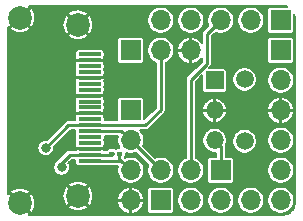
<source format=gbr>
%TF.GenerationSoftware,KiCad,Pcbnew,5.1.8*%
%TF.CreationDate,2020-12-26T07:32:41-08:00*%
%TF.ProjectId,teensy-toslink-receiver,7465656e-7379-42d7-946f-736c696e6b2d,rev?*%
%TF.SameCoordinates,Original*%
%TF.FileFunction,Copper,L2,Bot*%
%TF.FilePolarity,Positive*%
%FSLAX46Y46*%
G04 Gerber Fmt 4.6, Leading zero omitted, Abs format (unit mm)*
G04 Created by KiCad (PCBNEW 5.1.8) date 2020-12-26 07:32:41*
%MOMM*%
%LPD*%
G01*
G04 APERTURE LIST*
%TA.AperFunction,ComponentPad*%
%ADD10O,1.700000X1.700000*%
%TD*%
%TA.AperFunction,ComponentPad*%
%ADD11R,1.700000X1.700000*%
%TD*%
%TA.AperFunction,ComponentPad*%
%ADD12C,2.000000*%
%TD*%
%TA.AperFunction,SMDPad,CuDef*%
%ADD13R,1.900000X0.300000*%
%TD*%
%TA.AperFunction,ComponentPad*%
%ADD14R,1.500000X1.500000*%
%TD*%
%TA.AperFunction,ComponentPad*%
%ADD15O,1.500000X1.500000*%
%TD*%
%TA.AperFunction,ComponentPad*%
%ADD16C,1.500000*%
%TD*%
%TA.AperFunction,ViaPad*%
%ADD17C,0.800000*%
%TD*%
%TA.AperFunction,Conductor*%
%ADD18C,0.250000*%
%TD*%
%TA.AperFunction,Conductor*%
%ADD19C,0.200000*%
%TD*%
%TA.AperFunction,Conductor*%
%ADD20C,0.100000*%
%TD*%
G04 APERTURE END LIST*
D10*
%TO.P,J2,5*%
%TO.N,/DIO17*%
X147320000Y-66040000D03*
%TO.P,J2,4*%
%TO.N,/DIO16*%
X149860000Y-66040000D03*
%TO.P,J2,3*%
%TO.N,/SPDIF_IN*%
X152400000Y-66040000D03*
%TO.P,J2,2*%
%TO.N,/DIO14*%
X154940000Y-66040000D03*
D11*
%TO.P,J2,1*%
%TO.N,/DIO13*%
X157480000Y-66040000D03*
%TD*%
%TO.P,R1,2*%
%TO.N,/HPD*%
%TA.AperFunction,SMDPad,CuDef*%
G36*
G01*
X143600000Y-77443000D02*
X143600000Y-77243000D01*
G75*
G02*
X143700000Y-77143000I100000J0D01*
G01*
X143960000Y-77143000D01*
G75*
G02*
X144060000Y-77243000I0J-100000D01*
G01*
X144060000Y-77443000D01*
G75*
G02*
X143960000Y-77543000I-100000J0D01*
G01*
X143700000Y-77543000D01*
G75*
G02*
X143600000Y-77443000I0J100000D01*
G01*
G37*
%TD.AperFunction*%
%TO.P,R1,1*%
%TO.N,+5V*%
%TA.AperFunction,SMDPad,CuDef*%
G36*
G01*
X142960000Y-77443000D02*
X142960000Y-77243000D01*
G75*
G02*
X143060000Y-77143000I100000J0D01*
G01*
X143320000Y-77143000D01*
G75*
G02*
X143420000Y-77243000I0J-100000D01*
G01*
X143420000Y-77443000D01*
G75*
G02*
X143320000Y-77543000I-100000J0D01*
G01*
X143060000Y-77543000D01*
G75*
G02*
X142960000Y-77443000I0J100000D01*
G01*
G37*
%TD.AperFunction*%
%TD*%
D12*
%TO.P,J7,M3*%
%TO.N,GND*%
X135423000Y-81510000D03*
%TO.P,J7,M4*%
X135423000Y-65810000D03*
%TO.P,J7,M1*%
X140323000Y-80910000D03*
%TO.P,J7,M2*%
X140323000Y-66410000D03*
D13*
%TO.P,J7,1*%
%TO.N,Net-(J7-Pad1)*%
X141323000Y-68910000D03*
%TO.P,J7,2*%
%TO.N,GND*%
X141323000Y-69410000D03*
%TO.P,J7,3*%
%TO.N,Net-(J7-Pad3)*%
X141323000Y-69910000D03*
%TO.P,J7,4*%
%TO.N,Net-(J7-Pad4)*%
X141323000Y-70410000D03*
%TO.P,J7,5*%
%TO.N,GND*%
X141323000Y-70910000D03*
%TO.P,J7,6*%
%TO.N,Net-(J7-Pad6)*%
X141323000Y-71410000D03*
%TO.P,J7,7*%
%TO.N,Net-(J7-Pad7)*%
X141323000Y-71910000D03*
%TO.P,J7,8*%
%TO.N,GND*%
X141323000Y-72410000D03*
%TO.P,J7,9*%
%TO.N,Net-(J7-Pad9)*%
X141323000Y-72910000D03*
%TO.P,J7,10*%
%TO.N,Net-(J7-Pad10)*%
X141323000Y-73410000D03*
%TO.P,J7,11*%
%TO.N,GND*%
X141323000Y-73910000D03*
%TO.P,J7,12*%
%TO.N,Net-(J7-Pad12)*%
X141323000Y-74410000D03*
%TO.P,J7,13*%
%TO.N,/CEC*%
X141323000Y-74910000D03*
%TO.P,J7,14*%
%TO.N,/ARC*%
X141323000Y-75410000D03*
%TO.P,J7,15*%
%TO.N,Net-(J7-Pad15)*%
X141323000Y-75910000D03*
%TO.P,J7,16*%
%TO.N,Net-(J7-Pad16)*%
X141323000Y-76410000D03*
%TO.P,J7,17*%
%TO.N,GND*%
X141323000Y-76910000D03*
%TO.P,J7,18*%
%TO.N,+5V*%
X141323000Y-77410000D03*
%TO.P,J7,19*%
%TO.N,/HPD*%
X141323000Y-77910000D03*
%TD*%
D14*
%TO.P,U1,1*%
%TO.N,Net-(C1-Pad1)*%
X151892000Y-71120000D03*
D15*
%TO.P,U1,2*%
%TO.N,GND*%
X151892000Y-73660000D03*
%TO.P,U1,3*%
%TO.N,/TOSLINK_RX*%
X151892000Y-76200000D03*
D16*
%TO.P,U1,4*%
%TO.N,N/C*%
X154432000Y-71040000D03*
%TO.P,U1,5*%
X154432000Y-76280000D03*
%TD*%
D10*
%TO.P,J6,4*%
%TO.N,GND*%
X144780000Y-81280000D03*
%TO.P,J6,3*%
%TO.N,/HPD*%
X144780000Y-78740000D03*
%TO.P,J6,2*%
%TO.N,/ARC*%
X144780000Y-76200000D03*
D11*
%TO.P,J6,1*%
%TO.N,+3V3*%
X144780000Y-73660000D03*
%TD*%
D10*
%TO.P,J5,3*%
%TO.N,GND*%
X149860000Y-68580000D03*
%TO.P,J5,2*%
%TO.N,/CEC*%
X147320000Y-68580000D03*
D11*
%TO.P,J5,1*%
%TO.N,+3V3*%
X144780000Y-68580000D03*
%TD*%
D10*
%TO.P,J4,5*%
%TO.N,/VBat*%
X157480000Y-78740000D03*
%TO.P,J4,4*%
%TO.N,+3V3*%
X157480000Y-76200000D03*
%TO.P,J4,3*%
%TO.N,GND*%
X157480000Y-73660000D03*
%TO.P,J4,2*%
%TO.N,/Program*%
X157480000Y-71120000D03*
D11*
%TO.P,J4,1*%
%TO.N,/OnOff*%
X157480000Y-68580000D03*
%TD*%
D10*
%TO.P,J3,5*%
%TO.N,/DIO12*%
X157480000Y-81280000D03*
%TO.P,J3,4*%
%TO.N,/DIO11*%
X154940000Y-81280000D03*
%TO.P,J3,3*%
%TO.N,/DIO10*%
X152400000Y-81280000D03*
%TO.P,J3,2*%
%TO.N,/DIO9*%
X149860000Y-81280000D03*
D11*
%TO.P,J3,1*%
%TO.N,/DIO8*%
X147320000Y-81280000D03*
%TD*%
D10*
%TO.P,J1,3*%
%TO.N,/ARC*%
X147320000Y-78740000D03*
%TO.P,J1,2*%
%TO.N,/SPDIF_IN*%
X149860000Y-78740000D03*
D11*
%TO.P,J1,1*%
%TO.N,/TOSLINK_RX*%
X152400000Y-78740000D03*
%TD*%
D17*
%TO.N,GND*%
X138684000Y-72898000D03*
%TO.N,/CEC*%
X137582509Y-76849205D03*
%TO.N,+5V*%
X138938000Y-78486000D03*
%TD*%
D18*
%TO.N,GND*%
X139680000Y-72410000D02*
X141323000Y-72410000D01*
X138684000Y-72898000D02*
X139172000Y-72410000D01*
%TO.N,/ARC*%
X143990000Y-75410000D02*
X144780000Y-76200000D01*
X141323000Y-75410000D02*
X143990000Y-75410000D01*
X147320000Y-78740000D02*
X144780000Y-76200000D01*
%TO.N,/SPDIF_IN*%
X151224999Y-67215001D02*
X152400000Y-66040000D01*
X151224999Y-69701999D02*
X151224999Y-67215001D01*
X149860000Y-71066998D02*
X151224999Y-69701999D01*
X149860000Y-78740000D02*
X149860000Y-71066998D01*
%TO.N,/TOSLINK_RX*%
X152400000Y-76708000D02*
X151892000Y-76200000D01*
X152400000Y-78740000D02*
X152400000Y-76708000D01*
%TO.N,/CEC*%
X141323000Y-74910000D02*
X146030000Y-74910000D01*
X147320000Y-73620000D02*
X147320000Y-68580000D01*
X146030000Y-74910000D02*
X147320000Y-73620000D01*
X139521714Y-74910000D02*
X137582509Y-76849205D01*
X141323000Y-74910000D02*
X139521714Y-74910000D01*
%TO.N,/HPD*%
X143950000Y-77910000D02*
X144780000Y-78740000D01*
X141323000Y-77910000D02*
X143950000Y-77910000D01*
X143830000Y-77790000D02*
X143950000Y-77910000D01*
X143830000Y-77343000D02*
X143830000Y-77790000D01*
%TO.N,+5V*%
X143123000Y-77410000D02*
X141323000Y-77410000D01*
X143190000Y-77343000D02*
X143123000Y-77410000D01*
X138938000Y-78087000D02*
X138938000Y-78486000D01*
X139615000Y-77410000D02*
X138938000Y-78087000D01*
X141323000Y-77410000D02*
X139615000Y-77410000D01*
%TD*%
D19*
%TO.N,GND*%
X157917247Y-64860526D02*
X158010063Y-64888549D01*
X156630000Y-64888549D01*
X156571190Y-64894341D01*
X156514640Y-64911496D01*
X156462523Y-64939353D01*
X156416842Y-64976842D01*
X156379353Y-65022523D01*
X156351496Y-65074640D01*
X156334341Y-65131190D01*
X156328549Y-65190000D01*
X156328549Y-66890000D01*
X156334341Y-66948810D01*
X156351496Y-67005360D01*
X156379353Y-67057477D01*
X156416842Y-67103158D01*
X156462523Y-67140647D01*
X156514640Y-67168504D01*
X156571190Y-67185659D01*
X156630000Y-67191451D01*
X158330000Y-67191451D01*
X158388810Y-67185659D01*
X158445360Y-67168504D01*
X158497477Y-67140647D01*
X158543158Y-67103158D01*
X158580647Y-67057477D01*
X158608504Y-67005360D01*
X158625659Y-66948810D01*
X158631451Y-66890000D01*
X158631451Y-65509972D01*
X158658172Y-65596292D01*
X158679001Y-65794474D01*
X158679000Y-81518103D01*
X158659474Y-81717247D01*
X158606253Y-81893521D01*
X158519812Y-82056093D01*
X158403436Y-82198784D01*
X158261569Y-82316147D01*
X158099598Y-82403724D01*
X157923708Y-82458172D01*
X157725536Y-82479000D01*
X136219462Y-82479000D01*
X136257580Y-82415290D01*
X135423000Y-81580711D01*
X135408858Y-81594853D01*
X135338147Y-81524142D01*
X135352289Y-81510000D01*
X135493711Y-81510000D01*
X136328290Y-82344580D01*
X136508425Y-82236805D01*
X136629362Y-82011083D01*
X136688965Y-81815290D01*
X139488420Y-81815290D01*
X139596195Y-81995425D01*
X139821917Y-82116362D01*
X140066894Y-82190938D01*
X140321714Y-82216289D01*
X140576583Y-82191439D01*
X140821707Y-82117345D01*
X141047666Y-81996854D01*
X141049805Y-81995425D01*
X141157580Y-81815290D01*
X140323000Y-80980711D01*
X139488420Y-81815290D01*
X136688965Y-81815290D01*
X136703938Y-81766106D01*
X136729289Y-81511286D01*
X136704439Y-81256417D01*
X136630345Y-81011293D01*
X136575646Y-80908714D01*
X139016711Y-80908714D01*
X139041561Y-81163583D01*
X139115655Y-81408707D01*
X139236146Y-81634666D01*
X139237575Y-81636805D01*
X139417710Y-81744580D01*
X140252289Y-80910000D01*
X140393711Y-80910000D01*
X141228290Y-81744580D01*
X141408425Y-81636805D01*
X141476839Y-81509114D01*
X143653054Y-81509114D01*
X143715688Y-81715597D01*
X143821119Y-81914864D01*
X143963400Y-82089734D01*
X144137062Y-82233486D01*
X144335432Y-82340596D01*
X144550886Y-82406948D01*
X144730000Y-82353915D01*
X144730000Y-81330000D01*
X144830000Y-81330000D01*
X144830000Y-82353915D01*
X145009114Y-82406948D01*
X145224568Y-82340596D01*
X145422938Y-82233486D01*
X145596600Y-82089734D01*
X145738881Y-81914864D01*
X145844312Y-81715597D01*
X145906946Y-81509114D01*
X145853837Y-81330000D01*
X144830000Y-81330000D01*
X144730000Y-81330000D01*
X143706163Y-81330000D01*
X143653054Y-81509114D01*
X141476839Y-81509114D01*
X141529362Y-81411083D01*
X141603938Y-81166106D01*
X141615400Y-81050886D01*
X143653054Y-81050886D01*
X143706163Y-81230000D01*
X144730000Y-81230000D01*
X144730000Y-80206085D01*
X144830000Y-80206085D01*
X144830000Y-81230000D01*
X145853837Y-81230000D01*
X145906946Y-81050886D01*
X145844312Y-80844403D01*
X145738881Y-80645136D01*
X145596600Y-80470266D01*
X145547956Y-80430000D01*
X146168549Y-80430000D01*
X146168549Y-82130000D01*
X146174341Y-82188810D01*
X146191496Y-82245360D01*
X146219353Y-82297477D01*
X146256842Y-82343158D01*
X146302523Y-82380647D01*
X146354640Y-82408504D01*
X146411190Y-82425659D01*
X146470000Y-82431451D01*
X148170000Y-82431451D01*
X148228810Y-82425659D01*
X148285360Y-82408504D01*
X148337477Y-82380647D01*
X148383158Y-82343158D01*
X148420647Y-82297477D01*
X148448504Y-82245360D01*
X148465659Y-82188810D01*
X148471451Y-82130000D01*
X148471451Y-81166735D01*
X148710000Y-81166735D01*
X148710000Y-81393265D01*
X148754194Y-81615443D01*
X148840884Y-81824729D01*
X148966737Y-82013082D01*
X149126918Y-82173263D01*
X149315271Y-82299116D01*
X149524557Y-82385806D01*
X149746735Y-82430000D01*
X149973265Y-82430000D01*
X150195443Y-82385806D01*
X150404729Y-82299116D01*
X150593082Y-82173263D01*
X150753263Y-82013082D01*
X150879116Y-81824729D01*
X150965806Y-81615443D01*
X151010000Y-81393265D01*
X151010000Y-81166735D01*
X151250000Y-81166735D01*
X151250000Y-81393265D01*
X151294194Y-81615443D01*
X151380884Y-81824729D01*
X151506737Y-82013082D01*
X151666918Y-82173263D01*
X151855271Y-82299116D01*
X152064557Y-82385806D01*
X152286735Y-82430000D01*
X152513265Y-82430000D01*
X152735443Y-82385806D01*
X152944729Y-82299116D01*
X153133082Y-82173263D01*
X153293263Y-82013082D01*
X153419116Y-81824729D01*
X153505806Y-81615443D01*
X153550000Y-81393265D01*
X153550000Y-81166735D01*
X153790000Y-81166735D01*
X153790000Y-81393265D01*
X153834194Y-81615443D01*
X153920884Y-81824729D01*
X154046737Y-82013082D01*
X154206918Y-82173263D01*
X154395271Y-82299116D01*
X154604557Y-82385806D01*
X154826735Y-82430000D01*
X155053265Y-82430000D01*
X155275443Y-82385806D01*
X155484729Y-82299116D01*
X155673082Y-82173263D01*
X155833263Y-82013082D01*
X155959116Y-81824729D01*
X156045806Y-81615443D01*
X156090000Y-81393265D01*
X156090000Y-81166735D01*
X156330000Y-81166735D01*
X156330000Y-81393265D01*
X156374194Y-81615443D01*
X156460884Y-81824729D01*
X156586737Y-82013082D01*
X156746918Y-82173263D01*
X156935271Y-82299116D01*
X157144557Y-82385806D01*
X157366735Y-82430000D01*
X157593265Y-82430000D01*
X157815443Y-82385806D01*
X158024729Y-82299116D01*
X158213082Y-82173263D01*
X158373263Y-82013082D01*
X158499116Y-81824729D01*
X158585806Y-81615443D01*
X158630000Y-81393265D01*
X158630000Y-81166735D01*
X158585806Y-80944557D01*
X158499116Y-80735271D01*
X158373263Y-80546918D01*
X158213082Y-80386737D01*
X158024729Y-80260884D01*
X157815443Y-80174194D01*
X157593265Y-80130000D01*
X157366735Y-80130000D01*
X157144557Y-80174194D01*
X156935271Y-80260884D01*
X156746918Y-80386737D01*
X156586737Y-80546918D01*
X156460884Y-80735271D01*
X156374194Y-80944557D01*
X156330000Y-81166735D01*
X156090000Y-81166735D01*
X156045806Y-80944557D01*
X155959116Y-80735271D01*
X155833263Y-80546918D01*
X155673082Y-80386737D01*
X155484729Y-80260884D01*
X155275443Y-80174194D01*
X155053265Y-80130000D01*
X154826735Y-80130000D01*
X154604557Y-80174194D01*
X154395271Y-80260884D01*
X154206918Y-80386737D01*
X154046737Y-80546918D01*
X153920884Y-80735271D01*
X153834194Y-80944557D01*
X153790000Y-81166735D01*
X153550000Y-81166735D01*
X153505806Y-80944557D01*
X153419116Y-80735271D01*
X153293263Y-80546918D01*
X153133082Y-80386737D01*
X152944729Y-80260884D01*
X152735443Y-80174194D01*
X152513265Y-80130000D01*
X152286735Y-80130000D01*
X152064557Y-80174194D01*
X151855271Y-80260884D01*
X151666918Y-80386737D01*
X151506737Y-80546918D01*
X151380884Y-80735271D01*
X151294194Y-80944557D01*
X151250000Y-81166735D01*
X151010000Y-81166735D01*
X150965806Y-80944557D01*
X150879116Y-80735271D01*
X150753263Y-80546918D01*
X150593082Y-80386737D01*
X150404729Y-80260884D01*
X150195443Y-80174194D01*
X149973265Y-80130000D01*
X149746735Y-80130000D01*
X149524557Y-80174194D01*
X149315271Y-80260884D01*
X149126918Y-80386737D01*
X148966737Y-80546918D01*
X148840884Y-80735271D01*
X148754194Y-80944557D01*
X148710000Y-81166735D01*
X148471451Y-81166735D01*
X148471451Y-80430000D01*
X148465659Y-80371190D01*
X148448504Y-80314640D01*
X148420647Y-80262523D01*
X148383158Y-80216842D01*
X148337477Y-80179353D01*
X148285360Y-80151496D01*
X148228810Y-80134341D01*
X148170000Y-80128549D01*
X146470000Y-80128549D01*
X146411190Y-80134341D01*
X146354640Y-80151496D01*
X146302523Y-80179353D01*
X146256842Y-80216842D01*
X146219353Y-80262523D01*
X146191496Y-80314640D01*
X146174341Y-80371190D01*
X146168549Y-80430000D01*
X145547956Y-80430000D01*
X145422938Y-80326514D01*
X145224568Y-80219404D01*
X145009114Y-80153052D01*
X144830000Y-80206085D01*
X144730000Y-80206085D01*
X144550886Y-80153052D01*
X144335432Y-80219404D01*
X144137062Y-80326514D01*
X143963400Y-80470266D01*
X143821119Y-80645136D01*
X143715688Y-80844403D01*
X143653054Y-81050886D01*
X141615400Y-81050886D01*
X141629289Y-80911286D01*
X141604439Y-80656417D01*
X141530345Y-80411293D01*
X141409854Y-80185334D01*
X141408425Y-80183195D01*
X141228290Y-80075420D01*
X140393711Y-80910000D01*
X140252289Y-80910000D01*
X139417710Y-80075420D01*
X139237575Y-80183195D01*
X139116638Y-80408917D01*
X139042062Y-80653894D01*
X139016711Y-80908714D01*
X136575646Y-80908714D01*
X136509854Y-80785334D01*
X136508425Y-80783195D01*
X136328290Y-80675420D01*
X135493711Y-81510000D01*
X135352289Y-81510000D01*
X134517710Y-80675420D01*
X134437000Y-80723709D01*
X134437000Y-80604710D01*
X134588420Y-80604710D01*
X135423000Y-81439289D01*
X136257580Y-80604710D01*
X136149805Y-80424575D01*
X135924083Y-80303638D01*
X135679106Y-80229062D01*
X135424286Y-80203711D01*
X135169417Y-80228561D01*
X134924293Y-80302655D01*
X134698334Y-80423146D01*
X134696195Y-80424575D01*
X134588420Y-80604710D01*
X134437000Y-80604710D01*
X134437000Y-80004710D01*
X139488420Y-80004710D01*
X140323000Y-80839289D01*
X141157580Y-80004710D01*
X141049805Y-79824575D01*
X140824083Y-79703638D01*
X140579106Y-79629062D01*
X140324286Y-79603711D01*
X140069417Y-79628561D01*
X139824293Y-79702655D01*
X139598334Y-79823146D01*
X139596195Y-79824575D01*
X139488420Y-80004710D01*
X134437000Y-80004710D01*
X134437000Y-76780261D01*
X136882509Y-76780261D01*
X136882509Y-76918149D01*
X136909410Y-77053387D01*
X136962177Y-77180779D01*
X137038783Y-77295429D01*
X137136285Y-77392931D01*
X137250935Y-77469537D01*
X137378327Y-77522304D01*
X137513565Y-77549205D01*
X137651453Y-77549205D01*
X137786691Y-77522304D01*
X137914083Y-77469537D01*
X138028733Y-77392931D01*
X138126235Y-77295429D01*
X138202841Y-77180779D01*
X138255608Y-77053387D01*
X138282509Y-76918149D01*
X138282509Y-76780261D01*
X138277529Y-76755225D01*
X139697755Y-75335000D01*
X140071549Y-75335000D01*
X140071549Y-75560000D01*
X140077341Y-75618810D01*
X140089836Y-75660000D01*
X140077341Y-75701190D01*
X140071549Y-75760000D01*
X140071549Y-76060000D01*
X140077341Y-76118810D01*
X140089836Y-76160000D01*
X140077341Y-76201190D01*
X140071549Y-76260000D01*
X140071549Y-76560000D01*
X140077341Y-76618810D01*
X140089836Y-76659998D01*
X140077340Y-76701190D01*
X140071548Y-76760000D01*
X140073000Y-76785000D01*
X140148000Y-76860000D01*
X140358267Y-76860000D01*
X140373000Y-76861451D01*
X142273000Y-76861451D01*
X142287733Y-76860000D01*
X142498000Y-76860000D01*
X142573000Y-76785000D01*
X142574452Y-76760000D01*
X142568660Y-76701190D01*
X142556164Y-76659998D01*
X142568659Y-76618810D01*
X142574451Y-76560000D01*
X142574451Y-76260000D01*
X142568659Y-76201190D01*
X142556164Y-76160000D01*
X142568659Y-76118810D01*
X142574451Y-76060000D01*
X142574451Y-75835000D01*
X143686437Y-75835000D01*
X143674194Y-75864557D01*
X143630000Y-76086735D01*
X143630000Y-76313265D01*
X143674194Y-76535443D01*
X143760884Y-76744729D01*
X143825577Y-76841549D01*
X143700000Y-76841549D01*
X143621681Y-76849263D01*
X143546371Y-76872108D01*
X143510000Y-76891549D01*
X143473629Y-76872108D01*
X143398319Y-76849263D01*
X143320000Y-76841549D01*
X143060000Y-76841549D01*
X142981681Y-76849263D01*
X142906371Y-76872108D01*
X142836966Y-76909206D01*
X142776131Y-76959131D01*
X142754901Y-76985000D01*
X142523000Y-76985000D01*
X142498000Y-76960000D01*
X142287733Y-76960000D01*
X142273000Y-76958549D01*
X140373000Y-76958549D01*
X140358267Y-76960000D01*
X140148000Y-76960000D01*
X140123000Y-76985000D01*
X139635874Y-76985000D01*
X139615000Y-76982944D01*
X139594126Y-76985000D01*
X139531686Y-76991150D01*
X139451573Y-77015452D01*
X139377740Y-77054916D01*
X139313026Y-77108026D01*
X139299716Y-77124244D01*
X138652244Y-77771716D01*
X138636026Y-77785026D01*
X138582916Y-77849741D01*
X138556613Y-77898952D01*
X138491776Y-77942274D01*
X138394274Y-78039776D01*
X138317668Y-78154426D01*
X138264901Y-78281818D01*
X138238000Y-78417056D01*
X138238000Y-78554944D01*
X138264901Y-78690182D01*
X138317668Y-78817574D01*
X138394274Y-78932224D01*
X138491776Y-79029726D01*
X138606426Y-79106332D01*
X138733818Y-79159099D01*
X138869056Y-79186000D01*
X139006944Y-79186000D01*
X139142182Y-79159099D01*
X139269574Y-79106332D01*
X139384224Y-79029726D01*
X139481726Y-78932224D01*
X139558332Y-78817574D01*
X139611099Y-78690182D01*
X139638000Y-78554944D01*
X139638000Y-78417056D01*
X139611099Y-78281818D01*
X139558332Y-78154426D01*
X139523598Y-78102442D01*
X139791040Y-77835000D01*
X140071549Y-77835000D01*
X140071549Y-78060000D01*
X140077341Y-78118810D01*
X140094496Y-78175360D01*
X140122353Y-78227477D01*
X140159842Y-78273158D01*
X140205523Y-78310647D01*
X140257640Y-78338504D01*
X140314190Y-78355659D01*
X140373000Y-78361451D01*
X142273000Y-78361451D01*
X142331810Y-78355659D01*
X142388360Y-78338504D01*
X142394916Y-78335000D01*
X143703006Y-78335000D01*
X143674194Y-78404557D01*
X143630000Y-78626735D01*
X143630000Y-78853265D01*
X143674194Y-79075443D01*
X143760884Y-79284729D01*
X143886737Y-79473082D01*
X144046918Y-79633263D01*
X144235271Y-79759116D01*
X144444557Y-79845806D01*
X144666735Y-79890000D01*
X144893265Y-79890000D01*
X145115443Y-79845806D01*
X145324729Y-79759116D01*
X145513082Y-79633263D01*
X145673263Y-79473082D01*
X145799116Y-79284729D01*
X145885806Y-79075443D01*
X145930000Y-78853265D01*
X145930000Y-78626735D01*
X145885806Y-78404557D01*
X145799116Y-78195271D01*
X145673263Y-78006918D01*
X145513082Y-77846737D01*
X145324729Y-77720884D01*
X145115443Y-77634194D01*
X144893265Y-77590000D01*
X144666735Y-77590000D01*
X144444557Y-77634194D01*
X144324828Y-77683788D01*
X144298420Y-77657380D01*
X144330892Y-77596629D01*
X144353737Y-77521319D01*
X144361451Y-77443000D01*
X144361451Y-77271382D01*
X144444557Y-77305806D01*
X144666735Y-77350000D01*
X144893265Y-77350000D01*
X145115443Y-77305806D01*
X145235172Y-77256212D01*
X146263788Y-78284828D01*
X146214194Y-78404557D01*
X146170000Y-78626735D01*
X146170000Y-78853265D01*
X146214194Y-79075443D01*
X146300884Y-79284729D01*
X146426737Y-79473082D01*
X146586918Y-79633263D01*
X146775271Y-79759116D01*
X146984557Y-79845806D01*
X147206735Y-79890000D01*
X147433265Y-79890000D01*
X147655443Y-79845806D01*
X147864729Y-79759116D01*
X148053082Y-79633263D01*
X148213263Y-79473082D01*
X148339116Y-79284729D01*
X148425806Y-79075443D01*
X148470000Y-78853265D01*
X148470000Y-78626735D01*
X148710000Y-78626735D01*
X148710000Y-78853265D01*
X148754194Y-79075443D01*
X148840884Y-79284729D01*
X148966737Y-79473082D01*
X149126918Y-79633263D01*
X149315271Y-79759116D01*
X149524557Y-79845806D01*
X149746735Y-79890000D01*
X149973265Y-79890000D01*
X150195443Y-79845806D01*
X150404729Y-79759116D01*
X150593082Y-79633263D01*
X150753263Y-79473082D01*
X150879116Y-79284729D01*
X150965806Y-79075443D01*
X151010000Y-78853265D01*
X151010000Y-78626735D01*
X150965806Y-78404557D01*
X150879116Y-78195271D01*
X150753263Y-78006918D01*
X150593082Y-77846737D01*
X150404729Y-77720884D01*
X150285000Y-77671290D01*
X150285000Y-76096584D01*
X150842000Y-76096584D01*
X150842000Y-76303416D01*
X150882350Y-76506274D01*
X150961502Y-76697362D01*
X151076411Y-76869336D01*
X151222664Y-77015589D01*
X151394638Y-77130498D01*
X151585726Y-77209650D01*
X151788584Y-77250000D01*
X151975001Y-77250000D01*
X151975001Y-77588549D01*
X151550000Y-77588549D01*
X151491190Y-77594341D01*
X151434640Y-77611496D01*
X151382523Y-77639353D01*
X151336842Y-77676842D01*
X151299353Y-77722523D01*
X151271496Y-77774640D01*
X151254341Y-77831190D01*
X151248549Y-77890000D01*
X151248549Y-79590000D01*
X151254341Y-79648810D01*
X151271496Y-79705360D01*
X151299353Y-79757477D01*
X151336842Y-79803158D01*
X151382523Y-79840647D01*
X151434640Y-79868504D01*
X151491190Y-79885659D01*
X151550000Y-79891451D01*
X153250000Y-79891451D01*
X153308810Y-79885659D01*
X153365360Y-79868504D01*
X153417477Y-79840647D01*
X153463158Y-79803158D01*
X153500647Y-79757477D01*
X153528504Y-79705360D01*
X153545659Y-79648810D01*
X153551451Y-79590000D01*
X153551451Y-78626735D01*
X156330000Y-78626735D01*
X156330000Y-78853265D01*
X156374194Y-79075443D01*
X156460884Y-79284729D01*
X156586737Y-79473082D01*
X156746918Y-79633263D01*
X156935271Y-79759116D01*
X157144557Y-79845806D01*
X157366735Y-79890000D01*
X157593265Y-79890000D01*
X157815443Y-79845806D01*
X158024729Y-79759116D01*
X158213082Y-79633263D01*
X158373263Y-79473082D01*
X158499116Y-79284729D01*
X158585806Y-79075443D01*
X158630000Y-78853265D01*
X158630000Y-78626735D01*
X158585806Y-78404557D01*
X158499116Y-78195271D01*
X158373263Y-78006918D01*
X158213082Y-77846737D01*
X158024729Y-77720884D01*
X157815443Y-77634194D01*
X157593265Y-77590000D01*
X157366735Y-77590000D01*
X157144557Y-77634194D01*
X156935271Y-77720884D01*
X156746918Y-77846737D01*
X156586737Y-78006918D01*
X156460884Y-78195271D01*
X156374194Y-78404557D01*
X156330000Y-78626735D01*
X153551451Y-78626735D01*
X153551451Y-77890000D01*
X153545659Y-77831190D01*
X153528504Y-77774640D01*
X153500647Y-77722523D01*
X153463158Y-77676842D01*
X153417477Y-77639353D01*
X153365360Y-77611496D01*
X153308810Y-77594341D01*
X153250000Y-77588549D01*
X152825000Y-77588549D01*
X152825000Y-76728866D01*
X152827055Y-76707999D01*
X152825333Y-76690517D01*
X152901650Y-76506274D01*
X152942000Y-76303416D01*
X152942000Y-76176584D01*
X153382000Y-76176584D01*
X153382000Y-76383416D01*
X153422350Y-76586274D01*
X153501502Y-76777362D01*
X153616411Y-76949336D01*
X153762664Y-77095589D01*
X153934638Y-77210498D01*
X154125726Y-77289650D01*
X154328584Y-77330000D01*
X154535416Y-77330000D01*
X154738274Y-77289650D01*
X154929362Y-77210498D01*
X155101336Y-77095589D01*
X155247589Y-76949336D01*
X155362498Y-76777362D01*
X155441650Y-76586274D01*
X155482000Y-76383416D01*
X155482000Y-76176584D01*
X155464129Y-76086735D01*
X156330000Y-76086735D01*
X156330000Y-76313265D01*
X156374194Y-76535443D01*
X156460884Y-76744729D01*
X156586737Y-76933082D01*
X156746918Y-77093263D01*
X156935271Y-77219116D01*
X157144557Y-77305806D01*
X157366735Y-77350000D01*
X157593265Y-77350000D01*
X157815443Y-77305806D01*
X158024729Y-77219116D01*
X158213082Y-77093263D01*
X158373263Y-76933082D01*
X158499116Y-76744729D01*
X158585806Y-76535443D01*
X158630000Y-76313265D01*
X158630000Y-76086735D01*
X158585806Y-75864557D01*
X158499116Y-75655271D01*
X158373263Y-75466918D01*
X158213082Y-75306737D01*
X158024729Y-75180884D01*
X157815443Y-75094194D01*
X157593265Y-75050000D01*
X157366735Y-75050000D01*
X157144557Y-75094194D01*
X156935271Y-75180884D01*
X156746918Y-75306737D01*
X156586737Y-75466918D01*
X156460884Y-75655271D01*
X156374194Y-75864557D01*
X156330000Y-76086735D01*
X155464129Y-76086735D01*
X155441650Y-75973726D01*
X155362498Y-75782638D01*
X155247589Y-75610664D01*
X155101336Y-75464411D01*
X154929362Y-75349502D01*
X154738274Y-75270350D01*
X154535416Y-75230000D01*
X154328584Y-75230000D01*
X154125726Y-75270350D01*
X153934638Y-75349502D01*
X153762664Y-75464411D01*
X153616411Y-75610664D01*
X153501502Y-75782638D01*
X153422350Y-75973726D01*
X153382000Y-76176584D01*
X152942000Y-76176584D01*
X152942000Y-76096584D01*
X152901650Y-75893726D01*
X152822498Y-75702638D01*
X152707589Y-75530664D01*
X152561336Y-75384411D01*
X152389362Y-75269502D01*
X152198274Y-75190350D01*
X151995416Y-75150000D01*
X151788584Y-75150000D01*
X151585726Y-75190350D01*
X151394638Y-75269502D01*
X151222664Y-75384411D01*
X151076411Y-75530664D01*
X150961502Y-75702638D01*
X150882350Y-75893726D01*
X150842000Y-76096584D01*
X150285000Y-76096584D01*
X150285000Y-73873455D01*
X150863922Y-73873455D01*
X150925319Y-74069922D01*
X151023865Y-74250636D01*
X151155773Y-74408652D01*
X151315974Y-74537898D01*
X151498312Y-74633407D01*
X151678546Y-74688075D01*
X151842000Y-74633717D01*
X151842000Y-73710000D01*
X151942000Y-73710000D01*
X151942000Y-74633717D01*
X152105454Y-74688075D01*
X152285688Y-74633407D01*
X152468026Y-74537898D01*
X152628227Y-74408652D01*
X152760135Y-74250636D01*
X152858681Y-74069922D01*
X152915184Y-73889114D01*
X156353054Y-73889114D01*
X156415688Y-74095597D01*
X156521119Y-74294864D01*
X156663400Y-74469734D01*
X156837062Y-74613486D01*
X157035432Y-74720596D01*
X157250886Y-74786948D01*
X157430000Y-74733915D01*
X157430000Y-73710000D01*
X157530000Y-73710000D01*
X157530000Y-74733915D01*
X157709114Y-74786948D01*
X157924568Y-74720596D01*
X158122938Y-74613486D01*
X158296600Y-74469734D01*
X158438881Y-74294864D01*
X158544312Y-74095597D01*
X158606946Y-73889114D01*
X158553837Y-73710000D01*
X157530000Y-73710000D01*
X157430000Y-73710000D01*
X156406163Y-73710000D01*
X156353054Y-73889114D01*
X152915184Y-73889114D01*
X152920078Y-73873455D01*
X152865812Y-73710000D01*
X151942000Y-73710000D01*
X151842000Y-73710000D01*
X150918188Y-73710000D01*
X150863922Y-73873455D01*
X150285000Y-73873455D01*
X150285000Y-73446545D01*
X150863922Y-73446545D01*
X150918188Y-73610000D01*
X151842000Y-73610000D01*
X151842000Y-72686283D01*
X151942000Y-72686283D01*
X151942000Y-73610000D01*
X152865812Y-73610000D01*
X152920078Y-73446545D01*
X152915185Y-73430886D01*
X156353054Y-73430886D01*
X156406163Y-73610000D01*
X157430000Y-73610000D01*
X157430000Y-72586085D01*
X157530000Y-72586085D01*
X157530000Y-73610000D01*
X158553837Y-73610000D01*
X158606946Y-73430886D01*
X158544312Y-73224403D01*
X158438881Y-73025136D01*
X158296600Y-72850266D01*
X158122938Y-72706514D01*
X157924568Y-72599404D01*
X157709114Y-72533052D01*
X157530000Y-72586085D01*
X157430000Y-72586085D01*
X157250886Y-72533052D01*
X157035432Y-72599404D01*
X156837062Y-72706514D01*
X156663400Y-72850266D01*
X156521119Y-73025136D01*
X156415688Y-73224403D01*
X156353054Y-73430886D01*
X152915185Y-73430886D01*
X152858681Y-73250078D01*
X152760135Y-73069364D01*
X152628227Y-72911348D01*
X152468026Y-72782102D01*
X152285688Y-72686593D01*
X152105454Y-72631925D01*
X151942000Y-72686283D01*
X151842000Y-72686283D01*
X151678546Y-72631925D01*
X151498312Y-72686593D01*
X151315974Y-72782102D01*
X151155773Y-72911348D01*
X151023865Y-73069364D01*
X150925319Y-73250078D01*
X150863922Y-73446545D01*
X150285000Y-73446545D01*
X150285000Y-71243038D01*
X150840549Y-70687489D01*
X150840549Y-71870000D01*
X150846341Y-71928810D01*
X150863496Y-71985360D01*
X150891353Y-72037477D01*
X150928842Y-72083158D01*
X150974523Y-72120647D01*
X151026640Y-72148504D01*
X151083190Y-72165659D01*
X151142000Y-72171451D01*
X152642000Y-72171451D01*
X152700810Y-72165659D01*
X152757360Y-72148504D01*
X152809477Y-72120647D01*
X152855158Y-72083158D01*
X152892647Y-72037477D01*
X152920504Y-71985360D01*
X152937659Y-71928810D01*
X152943451Y-71870000D01*
X152943451Y-70936584D01*
X153382000Y-70936584D01*
X153382000Y-71143416D01*
X153422350Y-71346274D01*
X153501502Y-71537362D01*
X153616411Y-71709336D01*
X153762664Y-71855589D01*
X153934638Y-71970498D01*
X154125726Y-72049650D01*
X154328584Y-72090000D01*
X154535416Y-72090000D01*
X154738274Y-72049650D01*
X154929362Y-71970498D01*
X155101336Y-71855589D01*
X155247589Y-71709336D01*
X155362498Y-71537362D01*
X155441650Y-71346274D01*
X155482000Y-71143416D01*
X155482000Y-71006735D01*
X156330000Y-71006735D01*
X156330000Y-71233265D01*
X156374194Y-71455443D01*
X156460884Y-71664729D01*
X156586737Y-71853082D01*
X156746918Y-72013263D01*
X156935271Y-72139116D01*
X157144557Y-72225806D01*
X157366735Y-72270000D01*
X157593265Y-72270000D01*
X157815443Y-72225806D01*
X158024729Y-72139116D01*
X158213082Y-72013263D01*
X158373263Y-71853082D01*
X158499116Y-71664729D01*
X158585806Y-71455443D01*
X158630000Y-71233265D01*
X158630000Y-71006735D01*
X158585806Y-70784557D01*
X158499116Y-70575271D01*
X158373263Y-70386918D01*
X158213082Y-70226737D01*
X158024729Y-70100884D01*
X157815443Y-70014194D01*
X157593265Y-69970000D01*
X157366735Y-69970000D01*
X157144557Y-70014194D01*
X156935271Y-70100884D01*
X156746918Y-70226737D01*
X156586737Y-70386918D01*
X156460884Y-70575271D01*
X156374194Y-70784557D01*
X156330000Y-71006735D01*
X155482000Y-71006735D01*
X155482000Y-70936584D01*
X155441650Y-70733726D01*
X155362498Y-70542638D01*
X155247589Y-70370664D01*
X155101336Y-70224411D01*
X154929362Y-70109502D01*
X154738274Y-70030350D01*
X154535416Y-69990000D01*
X154328584Y-69990000D01*
X154125726Y-70030350D01*
X153934638Y-70109502D01*
X153762664Y-70224411D01*
X153616411Y-70370664D01*
X153501502Y-70542638D01*
X153422350Y-70733726D01*
X153382000Y-70936584D01*
X152943451Y-70936584D01*
X152943451Y-70370000D01*
X152937659Y-70311190D01*
X152920504Y-70254640D01*
X152892647Y-70202523D01*
X152855158Y-70156842D01*
X152809477Y-70119353D01*
X152757360Y-70091496D01*
X152700810Y-70074341D01*
X152642000Y-70068549D01*
X151459490Y-70068549D01*
X151510762Y-70017277D01*
X151526973Y-70003973D01*
X151580083Y-69939259D01*
X151619547Y-69865426D01*
X151643849Y-69785313D01*
X151649999Y-69722873D01*
X151649999Y-69722867D01*
X151652054Y-69702000D01*
X151649999Y-69681133D01*
X151649999Y-67730000D01*
X156328549Y-67730000D01*
X156328549Y-69430000D01*
X156334341Y-69488810D01*
X156351496Y-69545360D01*
X156379353Y-69597477D01*
X156416842Y-69643158D01*
X156462523Y-69680647D01*
X156514640Y-69708504D01*
X156571190Y-69725659D01*
X156630000Y-69731451D01*
X158330000Y-69731451D01*
X158388810Y-69725659D01*
X158445360Y-69708504D01*
X158497477Y-69680647D01*
X158543158Y-69643158D01*
X158580647Y-69597477D01*
X158608504Y-69545360D01*
X158625659Y-69488810D01*
X158631451Y-69430000D01*
X158631451Y-67730000D01*
X158625659Y-67671190D01*
X158608504Y-67614640D01*
X158580647Y-67562523D01*
X158543158Y-67516842D01*
X158497477Y-67479353D01*
X158445360Y-67451496D01*
X158388810Y-67434341D01*
X158330000Y-67428549D01*
X156630000Y-67428549D01*
X156571190Y-67434341D01*
X156514640Y-67451496D01*
X156462523Y-67479353D01*
X156416842Y-67516842D01*
X156379353Y-67562523D01*
X156351496Y-67614640D01*
X156334341Y-67671190D01*
X156328549Y-67730000D01*
X151649999Y-67730000D01*
X151649999Y-67391041D01*
X151944828Y-67096212D01*
X152064557Y-67145806D01*
X152286735Y-67190000D01*
X152513265Y-67190000D01*
X152735443Y-67145806D01*
X152944729Y-67059116D01*
X153133082Y-66933263D01*
X153293263Y-66773082D01*
X153419116Y-66584729D01*
X153505806Y-66375443D01*
X153550000Y-66153265D01*
X153550000Y-65926735D01*
X153790000Y-65926735D01*
X153790000Y-66153265D01*
X153834194Y-66375443D01*
X153920884Y-66584729D01*
X154046737Y-66773082D01*
X154206918Y-66933263D01*
X154395271Y-67059116D01*
X154604557Y-67145806D01*
X154826735Y-67190000D01*
X155053265Y-67190000D01*
X155275443Y-67145806D01*
X155484729Y-67059116D01*
X155673082Y-66933263D01*
X155833263Y-66773082D01*
X155959116Y-66584729D01*
X156045806Y-66375443D01*
X156090000Y-66153265D01*
X156090000Y-65926735D01*
X156045806Y-65704557D01*
X155959116Y-65495271D01*
X155833263Y-65306918D01*
X155673082Y-65146737D01*
X155484729Y-65020884D01*
X155275443Y-64934194D01*
X155053265Y-64890000D01*
X154826735Y-64890000D01*
X154604557Y-64934194D01*
X154395271Y-65020884D01*
X154206918Y-65146737D01*
X154046737Y-65306918D01*
X153920884Y-65495271D01*
X153834194Y-65704557D01*
X153790000Y-65926735D01*
X153550000Y-65926735D01*
X153505806Y-65704557D01*
X153419116Y-65495271D01*
X153293263Y-65306918D01*
X153133082Y-65146737D01*
X152944729Y-65020884D01*
X152735443Y-64934194D01*
X152513265Y-64890000D01*
X152286735Y-64890000D01*
X152064557Y-64934194D01*
X151855271Y-65020884D01*
X151666918Y-65146737D01*
X151506737Y-65306918D01*
X151380884Y-65495271D01*
X151294194Y-65704557D01*
X151250000Y-65926735D01*
X151250000Y-66153265D01*
X151294194Y-66375443D01*
X151343788Y-66495172D01*
X150939238Y-66899722D01*
X150923026Y-66913027D01*
X150909721Y-66929239D01*
X150909719Y-66929241D01*
X150897453Y-66944188D01*
X150869916Y-66977741D01*
X150855154Y-67005360D01*
X150830452Y-67051574D01*
X150806149Y-67131687D01*
X150797944Y-67215001D01*
X150800000Y-67235878D01*
X150800000Y-67920770D01*
X150669734Y-67763400D01*
X150494864Y-67621119D01*
X150295597Y-67515688D01*
X150089114Y-67453054D01*
X149910000Y-67506163D01*
X149910000Y-68530000D01*
X149930000Y-68530000D01*
X149930000Y-68630000D01*
X149910000Y-68630000D01*
X149910000Y-69653837D01*
X150089114Y-69706946D01*
X150295597Y-69644312D01*
X150494864Y-69538881D01*
X150669734Y-69396600D01*
X150799999Y-69239231D01*
X150799999Y-69525958D01*
X149574239Y-70751719D01*
X149558027Y-70765024D01*
X149544722Y-70781236D01*
X149544720Y-70781238D01*
X149541633Y-70785000D01*
X149504917Y-70829738D01*
X149465453Y-70903571D01*
X149441150Y-70983684D01*
X149432945Y-71066998D01*
X149435001Y-71087875D01*
X149435000Y-77671290D01*
X149315271Y-77720884D01*
X149126918Y-77846737D01*
X148966737Y-78006918D01*
X148840884Y-78195271D01*
X148754194Y-78404557D01*
X148710000Y-78626735D01*
X148470000Y-78626735D01*
X148425806Y-78404557D01*
X148339116Y-78195271D01*
X148213263Y-78006918D01*
X148053082Y-77846737D01*
X147864729Y-77720884D01*
X147655443Y-77634194D01*
X147433265Y-77590000D01*
X147206735Y-77590000D01*
X146984557Y-77634194D01*
X146864828Y-77683788D01*
X145836212Y-76655172D01*
X145885806Y-76535443D01*
X145930000Y-76313265D01*
X145930000Y-76086735D01*
X145885806Y-75864557D01*
X145799116Y-75655271D01*
X145673263Y-75466918D01*
X145541345Y-75335000D01*
X146009133Y-75335000D01*
X146030000Y-75337055D01*
X146050867Y-75335000D01*
X146050874Y-75335000D01*
X146113314Y-75328850D01*
X146193427Y-75304548D01*
X146267260Y-75265084D01*
X146331974Y-75211974D01*
X146345283Y-75195757D01*
X147605763Y-73935278D01*
X147621974Y-73921974D01*
X147675084Y-73857260D01*
X147714548Y-73783427D01*
X147738850Y-73703314D01*
X147745000Y-73640874D01*
X147745000Y-73640868D01*
X147747055Y-73620001D01*
X147745000Y-73599134D01*
X147745000Y-69648710D01*
X147864729Y-69599116D01*
X148053082Y-69473263D01*
X148213263Y-69313082D01*
X148339116Y-69124729D01*
X148425806Y-68915443D01*
X148446956Y-68809114D01*
X148733052Y-68809114D01*
X148799404Y-69024568D01*
X148906514Y-69222938D01*
X149050266Y-69396600D01*
X149225136Y-69538881D01*
X149424403Y-69644312D01*
X149630886Y-69706946D01*
X149810000Y-69653837D01*
X149810000Y-68630000D01*
X148786085Y-68630000D01*
X148733052Y-68809114D01*
X148446956Y-68809114D01*
X148470000Y-68693265D01*
X148470000Y-68466735D01*
X148446957Y-68350886D01*
X148733052Y-68350886D01*
X148786085Y-68530000D01*
X149810000Y-68530000D01*
X149810000Y-67506163D01*
X149630886Y-67453054D01*
X149424403Y-67515688D01*
X149225136Y-67621119D01*
X149050266Y-67763400D01*
X148906514Y-67937062D01*
X148799404Y-68135432D01*
X148733052Y-68350886D01*
X148446957Y-68350886D01*
X148425806Y-68244557D01*
X148339116Y-68035271D01*
X148213263Y-67846918D01*
X148053082Y-67686737D01*
X147864729Y-67560884D01*
X147655443Y-67474194D01*
X147433265Y-67430000D01*
X147206735Y-67430000D01*
X146984557Y-67474194D01*
X146775271Y-67560884D01*
X146586918Y-67686737D01*
X146426737Y-67846918D01*
X146300884Y-68035271D01*
X146214194Y-68244557D01*
X146170000Y-68466735D01*
X146170000Y-68693265D01*
X146214194Y-68915443D01*
X146300884Y-69124729D01*
X146426737Y-69313082D01*
X146586918Y-69473263D01*
X146775271Y-69599116D01*
X146895001Y-69648710D01*
X146895000Y-73443959D01*
X145931451Y-74407509D01*
X145931451Y-72810000D01*
X145925659Y-72751190D01*
X145908504Y-72694640D01*
X145880647Y-72642523D01*
X145843158Y-72596842D01*
X145797477Y-72559353D01*
X145745360Y-72531496D01*
X145688810Y-72514341D01*
X145630000Y-72508549D01*
X143930000Y-72508549D01*
X143871190Y-72514341D01*
X143814640Y-72531496D01*
X143762523Y-72559353D01*
X143716842Y-72596842D01*
X143679353Y-72642523D01*
X143651496Y-72694640D01*
X143634341Y-72751190D01*
X143628549Y-72810000D01*
X143628549Y-74485000D01*
X142574451Y-74485000D01*
X142574451Y-74260000D01*
X142568659Y-74201190D01*
X142556164Y-74160002D01*
X142568660Y-74118810D01*
X142574452Y-74060000D01*
X142573000Y-74035000D01*
X142498000Y-73960000D01*
X142287733Y-73960000D01*
X142273000Y-73958549D01*
X140373000Y-73958549D01*
X140358267Y-73960000D01*
X140148000Y-73960000D01*
X140073000Y-74035000D01*
X140071548Y-74060000D01*
X140077340Y-74118810D01*
X140089836Y-74160002D01*
X140077341Y-74201190D01*
X140071549Y-74260000D01*
X140071549Y-74485000D01*
X139542580Y-74485000D01*
X139521713Y-74482945D01*
X139500846Y-74485000D01*
X139500840Y-74485000D01*
X139446812Y-74490321D01*
X139438399Y-74491150D01*
X139414097Y-74498522D01*
X139358287Y-74515452D01*
X139284454Y-74554916D01*
X139219740Y-74608026D01*
X139206435Y-74624238D01*
X137676489Y-76154185D01*
X137651453Y-76149205D01*
X137513565Y-76149205D01*
X137378327Y-76176106D01*
X137250935Y-76228873D01*
X137136285Y-76305479D01*
X137038783Y-76402981D01*
X136962177Y-76517631D01*
X136909410Y-76645023D01*
X136882509Y-76780261D01*
X134437000Y-76780261D01*
X134437000Y-72560000D01*
X140071548Y-72560000D01*
X140077340Y-72618810D01*
X140089836Y-72660002D01*
X140077341Y-72701190D01*
X140071549Y-72760000D01*
X140071549Y-73060000D01*
X140077341Y-73118810D01*
X140089836Y-73160000D01*
X140077341Y-73201190D01*
X140071549Y-73260000D01*
X140071549Y-73560000D01*
X140077341Y-73618810D01*
X140089836Y-73659998D01*
X140077340Y-73701190D01*
X140071548Y-73760000D01*
X140073000Y-73785000D01*
X140148000Y-73860000D01*
X140358267Y-73860000D01*
X140373000Y-73861451D01*
X142273000Y-73861451D01*
X142287733Y-73860000D01*
X142498000Y-73860000D01*
X142573000Y-73785000D01*
X142574452Y-73760000D01*
X142568660Y-73701190D01*
X142556164Y-73659998D01*
X142568659Y-73618810D01*
X142574451Y-73560000D01*
X142574451Y-73260000D01*
X142568659Y-73201190D01*
X142556164Y-73160000D01*
X142568659Y-73118810D01*
X142574451Y-73060000D01*
X142574451Y-72760000D01*
X142568659Y-72701190D01*
X142556164Y-72660002D01*
X142568660Y-72618810D01*
X142574452Y-72560000D01*
X142573000Y-72535000D01*
X142498000Y-72460000D01*
X142287733Y-72460000D01*
X142273000Y-72458549D01*
X140373000Y-72458549D01*
X140358267Y-72460000D01*
X140148000Y-72460000D01*
X140073000Y-72535000D01*
X140071548Y-72560000D01*
X134437000Y-72560000D01*
X134437000Y-71060000D01*
X140071548Y-71060000D01*
X140077340Y-71118810D01*
X140089836Y-71160002D01*
X140077341Y-71201190D01*
X140071549Y-71260000D01*
X140071549Y-71560000D01*
X140077341Y-71618810D01*
X140089836Y-71660000D01*
X140077341Y-71701190D01*
X140071549Y-71760000D01*
X140071549Y-72060000D01*
X140077341Y-72118810D01*
X140089836Y-72159998D01*
X140077340Y-72201190D01*
X140071548Y-72260000D01*
X140073000Y-72285000D01*
X140148000Y-72360000D01*
X140358267Y-72360000D01*
X140373000Y-72361451D01*
X142273000Y-72361451D01*
X142287733Y-72360000D01*
X142498000Y-72360000D01*
X142573000Y-72285000D01*
X142574452Y-72260000D01*
X142568660Y-72201190D01*
X142556164Y-72159998D01*
X142568659Y-72118810D01*
X142574451Y-72060000D01*
X142574451Y-71760000D01*
X142568659Y-71701190D01*
X142556164Y-71660000D01*
X142568659Y-71618810D01*
X142574451Y-71560000D01*
X142574451Y-71260000D01*
X142568659Y-71201190D01*
X142556164Y-71160002D01*
X142568660Y-71118810D01*
X142574452Y-71060000D01*
X142573000Y-71035000D01*
X142498000Y-70960000D01*
X142287733Y-70960000D01*
X142273000Y-70958549D01*
X140373000Y-70958549D01*
X140358267Y-70960000D01*
X140148000Y-70960000D01*
X140073000Y-71035000D01*
X140071548Y-71060000D01*
X134437000Y-71060000D01*
X134437000Y-69560000D01*
X140071548Y-69560000D01*
X140077340Y-69618810D01*
X140089836Y-69660002D01*
X140077341Y-69701190D01*
X140071549Y-69760000D01*
X140071549Y-70060000D01*
X140077341Y-70118810D01*
X140089836Y-70160000D01*
X140077341Y-70201190D01*
X140071549Y-70260000D01*
X140071549Y-70560000D01*
X140077341Y-70618810D01*
X140089836Y-70659998D01*
X140077340Y-70701190D01*
X140071548Y-70760000D01*
X140073000Y-70785000D01*
X140148000Y-70860000D01*
X140358267Y-70860000D01*
X140373000Y-70861451D01*
X142273000Y-70861451D01*
X142287733Y-70860000D01*
X142498000Y-70860000D01*
X142573000Y-70785000D01*
X142574452Y-70760000D01*
X142568660Y-70701190D01*
X142556164Y-70659998D01*
X142568659Y-70618810D01*
X142574451Y-70560000D01*
X142574451Y-70260000D01*
X142568659Y-70201190D01*
X142556164Y-70160000D01*
X142568659Y-70118810D01*
X142574451Y-70060000D01*
X142574451Y-69760000D01*
X142568659Y-69701190D01*
X142556164Y-69660002D01*
X142568660Y-69618810D01*
X142574452Y-69560000D01*
X142573000Y-69535000D01*
X142498000Y-69460000D01*
X142287733Y-69460000D01*
X142273000Y-69458549D01*
X140373000Y-69458549D01*
X140358267Y-69460000D01*
X140148000Y-69460000D01*
X140073000Y-69535000D01*
X140071548Y-69560000D01*
X134437000Y-69560000D01*
X134437000Y-69260000D01*
X140071548Y-69260000D01*
X140073000Y-69285000D01*
X140148000Y-69360000D01*
X140358267Y-69360000D01*
X140373000Y-69361451D01*
X142273000Y-69361451D01*
X142287733Y-69360000D01*
X142498000Y-69360000D01*
X142573000Y-69285000D01*
X142574452Y-69260000D01*
X142568660Y-69201190D01*
X142556164Y-69159998D01*
X142568659Y-69118810D01*
X142574451Y-69060000D01*
X142574451Y-68760000D01*
X142568659Y-68701190D01*
X142551504Y-68644640D01*
X142523647Y-68592523D01*
X142486158Y-68546842D01*
X142440477Y-68509353D01*
X142388360Y-68481496D01*
X142331810Y-68464341D01*
X142273000Y-68458549D01*
X140373000Y-68458549D01*
X140314190Y-68464341D01*
X140257640Y-68481496D01*
X140205523Y-68509353D01*
X140159842Y-68546842D01*
X140122353Y-68592523D01*
X140094496Y-68644640D01*
X140077341Y-68701190D01*
X140071549Y-68760000D01*
X140071549Y-69060000D01*
X140077341Y-69118810D01*
X140089836Y-69159998D01*
X140077340Y-69201190D01*
X140071548Y-69260000D01*
X134437000Y-69260000D01*
X134437000Y-67730000D01*
X143628549Y-67730000D01*
X143628549Y-69430000D01*
X143634341Y-69488810D01*
X143651496Y-69545360D01*
X143679353Y-69597477D01*
X143716842Y-69643158D01*
X143762523Y-69680647D01*
X143814640Y-69708504D01*
X143871190Y-69725659D01*
X143930000Y-69731451D01*
X145630000Y-69731451D01*
X145688810Y-69725659D01*
X145745360Y-69708504D01*
X145797477Y-69680647D01*
X145843158Y-69643158D01*
X145880647Y-69597477D01*
X145908504Y-69545360D01*
X145925659Y-69488810D01*
X145931451Y-69430000D01*
X145931451Y-67730000D01*
X145925659Y-67671190D01*
X145908504Y-67614640D01*
X145880647Y-67562523D01*
X145843158Y-67516842D01*
X145797477Y-67479353D01*
X145745360Y-67451496D01*
X145688810Y-67434341D01*
X145630000Y-67428549D01*
X143930000Y-67428549D01*
X143871190Y-67434341D01*
X143814640Y-67451496D01*
X143762523Y-67479353D01*
X143716842Y-67516842D01*
X143679353Y-67562523D01*
X143651496Y-67614640D01*
X143634341Y-67671190D01*
X143628549Y-67730000D01*
X134437000Y-67730000D01*
X134437000Y-67315290D01*
X139488420Y-67315290D01*
X139596195Y-67495425D01*
X139821917Y-67616362D01*
X140066894Y-67690938D01*
X140321714Y-67716289D01*
X140576583Y-67691439D01*
X140821707Y-67617345D01*
X141047666Y-67496854D01*
X141049805Y-67495425D01*
X141157580Y-67315290D01*
X140323000Y-66480711D01*
X139488420Y-67315290D01*
X134437000Y-67315290D01*
X134437000Y-66715290D01*
X134588420Y-66715290D01*
X134696195Y-66895425D01*
X134921917Y-67016362D01*
X135166894Y-67090938D01*
X135421714Y-67116289D01*
X135676583Y-67091439D01*
X135921707Y-67017345D01*
X136147666Y-66896854D01*
X136149805Y-66895425D01*
X136257580Y-66715290D01*
X135423000Y-65880711D01*
X134588420Y-66715290D01*
X134437000Y-66715290D01*
X134437000Y-66596291D01*
X134517710Y-66644580D01*
X135352289Y-65810000D01*
X135493711Y-65810000D01*
X136328290Y-66644580D01*
X136508425Y-66536805D01*
X136577053Y-66408714D01*
X139016711Y-66408714D01*
X139041561Y-66663583D01*
X139115655Y-66908707D01*
X139236146Y-67134666D01*
X139237575Y-67136805D01*
X139417710Y-67244580D01*
X140252289Y-66410000D01*
X140393711Y-66410000D01*
X141228290Y-67244580D01*
X141408425Y-67136805D01*
X141529362Y-66911083D01*
X141603938Y-66666106D01*
X141629289Y-66411286D01*
X141604439Y-66156417D01*
X141535013Y-65926735D01*
X146170000Y-65926735D01*
X146170000Y-66153265D01*
X146214194Y-66375443D01*
X146300884Y-66584729D01*
X146426737Y-66773082D01*
X146586918Y-66933263D01*
X146775271Y-67059116D01*
X146984557Y-67145806D01*
X147206735Y-67190000D01*
X147433265Y-67190000D01*
X147655443Y-67145806D01*
X147864729Y-67059116D01*
X148053082Y-66933263D01*
X148213263Y-66773082D01*
X148339116Y-66584729D01*
X148425806Y-66375443D01*
X148470000Y-66153265D01*
X148470000Y-65926735D01*
X148710000Y-65926735D01*
X148710000Y-66153265D01*
X148754194Y-66375443D01*
X148840884Y-66584729D01*
X148966737Y-66773082D01*
X149126918Y-66933263D01*
X149315271Y-67059116D01*
X149524557Y-67145806D01*
X149746735Y-67190000D01*
X149973265Y-67190000D01*
X150195443Y-67145806D01*
X150404729Y-67059116D01*
X150593082Y-66933263D01*
X150753263Y-66773082D01*
X150879116Y-66584729D01*
X150965806Y-66375443D01*
X151010000Y-66153265D01*
X151010000Y-65926735D01*
X150965806Y-65704557D01*
X150879116Y-65495271D01*
X150753263Y-65306918D01*
X150593082Y-65146737D01*
X150404729Y-65020884D01*
X150195443Y-64934194D01*
X149973265Y-64890000D01*
X149746735Y-64890000D01*
X149524557Y-64934194D01*
X149315271Y-65020884D01*
X149126918Y-65146737D01*
X148966737Y-65306918D01*
X148840884Y-65495271D01*
X148754194Y-65704557D01*
X148710000Y-65926735D01*
X148470000Y-65926735D01*
X148425806Y-65704557D01*
X148339116Y-65495271D01*
X148213263Y-65306918D01*
X148053082Y-65146737D01*
X147864729Y-65020884D01*
X147655443Y-64934194D01*
X147433265Y-64890000D01*
X147206735Y-64890000D01*
X146984557Y-64934194D01*
X146775271Y-65020884D01*
X146586918Y-65146737D01*
X146426737Y-65306918D01*
X146300884Y-65495271D01*
X146214194Y-65704557D01*
X146170000Y-65926735D01*
X141535013Y-65926735D01*
X141530345Y-65911293D01*
X141409854Y-65685334D01*
X141408425Y-65683195D01*
X141228290Y-65575420D01*
X140393711Y-66410000D01*
X140252289Y-66410000D01*
X139417710Y-65575420D01*
X139237575Y-65683195D01*
X139116638Y-65908917D01*
X139042062Y-66153894D01*
X139016711Y-66408714D01*
X136577053Y-66408714D01*
X136629362Y-66311083D01*
X136703938Y-66066106D01*
X136729289Y-65811286D01*
X136704439Y-65556417D01*
X136688810Y-65504710D01*
X139488420Y-65504710D01*
X140323000Y-66339289D01*
X141157580Y-65504710D01*
X141049805Y-65324575D01*
X140824083Y-65203638D01*
X140579106Y-65129062D01*
X140324286Y-65103711D01*
X140069417Y-65128561D01*
X139824293Y-65202655D01*
X139598334Y-65323146D01*
X139596195Y-65324575D01*
X139488420Y-65504710D01*
X136688810Y-65504710D01*
X136630345Y-65311293D01*
X136509854Y-65085334D01*
X136508425Y-65083195D01*
X136328290Y-64975420D01*
X135493711Y-65810000D01*
X135352289Y-65810000D01*
X135338147Y-65795858D01*
X135408858Y-65725147D01*
X135423000Y-65739289D01*
X136257580Y-64904710D01*
X136219462Y-64841000D01*
X157718104Y-64841000D01*
X157917247Y-64860526D01*
%TA.AperFunction,Conductor*%
D20*
G36*
X157917247Y-64860526D02*
G01*
X158010063Y-64888549D01*
X156630000Y-64888549D01*
X156571190Y-64894341D01*
X156514640Y-64911496D01*
X156462523Y-64939353D01*
X156416842Y-64976842D01*
X156379353Y-65022523D01*
X156351496Y-65074640D01*
X156334341Y-65131190D01*
X156328549Y-65190000D01*
X156328549Y-66890000D01*
X156334341Y-66948810D01*
X156351496Y-67005360D01*
X156379353Y-67057477D01*
X156416842Y-67103158D01*
X156462523Y-67140647D01*
X156514640Y-67168504D01*
X156571190Y-67185659D01*
X156630000Y-67191451D01*
X158330000Y-67191451D01*
X158388810Y-67185659D01*
X158445360Y-67168504D01*
X158497477Y-67140647D01*
X158543158Y-67103158D01*
X158580647Y-67057477D01*
X158608504Y-67005360D01*
X158625659Y-66948810D01*
X158631451Y-66890000D01*
X158631451Y-65509972D01*
X158658172Y-65596292D01*
X158679001Y-65794474D01*
X158679000Y-81518103D01*
X158659474Y-81717247D01*
X158606253Y-81893521D01*
X158519812Y-82056093D01*
X158403436Y-82198784D01*
X158261569Y-82316147D01*
X158099598Y-82403724D01*
X157923708Y-82458172D01*
X157725536Y-82479000D01*
X136219462Y-82479000D01*
X136257580Y-82415290D01*
X135423000Y-81580711D01*
X135408858Y-81594853D01*
X135338147Y-81524142D01*
X135352289Y-81510000D01*
X135493711Y-81510000D01*
X136328290Y-82344580D01*
X136508425Y-82236805D01*
X136629362Y-82011083D01*
X136688965Y-81815290D01*
X139488420Y-81815290D01*
X139596195Y-81995425D01*
X139821917Y-82116362D01*
X140066894Y-82190938D01*
X140321714Y-82216289D01*
X140576583Y-82191439D01*
X140821707Y-82117345D01*
X141047666Y-81996854D01*
X141049805Y-81995425D01*
X141157580Y-81815290D01*
X140323000Y-80980711D01*
X139488420Y-81815290D01*
X136688965Y-81815290D01*
X136703938Y-81766106D01*
X136729289Y-81511286D01*
X136704439Y-81256417D01*
X136630345Y-81011293D01*
X136575646Y-80908714D01*
X139016711Y-80908714D01*
X139041561Y-81163583D01*
X139115655Y-81408707D01*
X139236146Y-81634666D01*
X139237575Y-81636805D01*
X139417710Y-81744580D01*
X140252289Y-80910000D01*
X140393711Y-80910000D01*
X141228290Y-81744580D01*
X141408425Y-81636805D01*
X141476839Y-81509114D01*
X143653054Y-81509114D01*
X143715688Y-81715597D01*
X143821119Y-81914864D01*
X143963400Y-82089734D01*
X144137062Y-82233486D01*
X144335432Y-82340596D01*
X144550886Y-82406948D01*
X144730000Y-82353915D01*
X144730000Y-81330000D01*
X144830000Y-81330000D01*
X144830000Y-82353915D01*
X145009114Y-82406948D01*
X145224568Y-82340596D01*
X145422938Y-82233486D01*
X145596600Y-82089734D01*
X145738881Y-81914864D01*
X145844312Y-81715597D01*
X145906946Y-81509114D01*
X145853837Y-81330000D01*
X144830000Y-81330000D01*
X144730000Y-81330000D01*
X143706163Y-81330000D01*
X143653054Y-81509114D01*
X141476839Y-81509114D01*
X141529362Y-81411083D01*
X141603938Y-81166106D01*
X141615400Y-81050886D01*
X143653054Y-81050886D01*
X143706163Y-81230000D01*
X144730000Y-81230000D01*
X144730000Y-80206085D01*
X144830000Y-80206085D01*
X144830000Y-81230000D01*
X145853837Y-81230000D01*
X145906946Y-81050886D01*
X145844312Y-80844403D01*
X145738881Y-80645136D01*
X145596600Y-80470266D01*
X145547956Y-80430000D01*
X146168549Y-80430000D01*
X146168549Y-82130000D01*
X146174341Y-82188810D01*
X146191496Y-82245360D01*
X146219353Y-82297477D01*
X146256842Y-82343158D01*
X146302523Y-82380647D01*
X146354640Y-82408504D01*
X146411190Y-82425659D01*
X146470000Y-82431451D01*
X148170000Y-82431451D01*
X148228810Y-82425659D01*
X148285360Y-82408504D01*
X148337477Y-82380647D01*
X148383158Y-82343158D01*
X148420647Y-82297477D01*
X148448504Y-82245360D01*
X148465659Y-82188810D01*
X148471451Y-82130000D01*
X148471451Y-81166735D01*
X148710000Y-81166735D01*
X148710000Y-81393265D01*
X148754194Y-81615443D01*
X148840884Y-81824729D01*
X148966737Y-82013082D01*
X149126918Y-82173263D01*
X149315271Y-82299116D01*
X149524557Y-82385806D01*
X149746735Y-82430000D01*
X149973265Y-82430000D01*
X150195443Y-82385806D01*
X150404729Y-82299116D01*
X150593082Y-82173263D01*
X150753263Y-82013082D01*
X150879116Y-81824729D01*
X150965806Y-81615443D01*
X151010000Y-81393265D01*
X151010000Y-81166735D01*
X151250000Y-81166735D01*
X151250000Y-81393265D01*
X151294194Y-81615443D01*
X151380884Y-81824729D01*
X151506737Y-82013082D01*
X151666918Y-82173263D01*
X151855271Y-82299116D01*
X152064557Y-82385806D01*
X152286735Y-82430000D01*
X152513265Y-82430000D01*
X152735443Y-82385806D01*
X152944729Y-82299116D01*
X153133082Y-82173263D01*
X153293263Y-82013082D01*
X153419116Y-81824729D01*
X153505806Y-81615443D01*
X153550000Y-81393265D01*
X153550000Y-81166735D01*
X153790000Y-81166735D01*
X153790000Y-81393265D01*
X153834194Y-81615443D01*
X153920884Y-81824729D01*
X154046737Y-82013082D01*
X154206918Y-82173263D01*
X154395271Y-82299116D01*
X154604557Y-82385806D01*
X154826735Y-82430000D01*
X155053265Y-82430000D01*
X155275443Y-82385806D01*
X155484729Y-82299116D01*
X155673082Y-82173263D01*
X155833263Y-82013082D01*
X155959116Y-81824729D01*
X156045806Y-81615443D01*
X156090000Y-81393265D01*
X156090000Y-81166735D01*
X156330000Y-81166735D01*
X156330000Y-81393265D01*
X156374194Y-81615443D01*
X156460884Y-81824729D01*
X156586737Y-82013082D01*
X156746918Y-82173263D01*
X156935271Y-82299116D01*
X157144557Y-82385806D01*
X157366735Y-82430000D01*
X157593265Y-82430000D01*
X157815443Y-82385806D01*
X158024729Y-82299116D01*
X158213082Y-82173263D01*
X158373263Y-82013082D01*
X158499116Y-81824729D01*
X158585806Y-81615443D01*
X158630000Y-81393265D01*
X158630000Y-81166735D01*
X158585806Y-80944557D01*
X158499116Y-80735271D01*
X158373263Y-80546918D01*
X158213082Y-80386737D01*
X158024729Y-80260884D01*
X157815443Y-80174194D01*
X157593265Y-80130000D01*
X157366735Y-80130000D01*
X157144557Y-80174194D01*
X156935271Y-80260884D01*
X156746918Y-80386737D01*
X156586737Y-80546918D01*
X156460884Y-80735271D01*
X156374194Y-80944557D01*
X156330000Y-81166735D01*
X156090000Y-81166735D01*
X156045806Y-80944557D01*
X155959116Y-80735271D01*
X155833263Y-80546918D01*
X155673082Y-80386737D01*
X155484729Y-80260884D01*
X155275443Y-80174194D01*
X155053265Y-80130000D01*
X154826735Y-80130000D01*
X154604557Y-80174194D01*
X154395271Y-80260884D01*
X154206918Y-80386737D01*
X154046737Y-80546918D01*
X153920884Y-80735271D01*
X153834194Y-80944557D01*
X153790000Y-81166735D01*
X153550000Y-81166735D01*
X153505806Y-80944557D01*
X153419116Y-80735271D01*
X153293263Y-80546918D01*
X153133082Y-80386737D01*
X152944729Y-80260884D01*
X152735443Y-80174194D01*
X152513265Y-80130000D01*
X152286735Y-80130000D01*
X152064557Y-80174194D01*
X151855271Y-80260884D01*
X151666918Y-80386737D01*
X151506737Y-80546918D01*
X151380884Y-80735271D01*
X151294194Y-80944557D01*
X151250000Y-81166735D01*
X151010000Y-81166735D01*
X150965806Y-80944557D01*
X150879116Y-80735271D01*
X150753263Y-80546918D01*
X150593082Y-80386737D01*
X150404729Y-80260884D01*
X150195443Y-80174194D01*
X149973265Y-80130000D01*
X149746735Y-80130000D01*
X149524557Y-80174194D01*
X149315271Y-80260884D01*
X149126918Y-80386737D01*
X148966737Y-80546918D01*
X148840884Y-80735271D01*
X148754194Y-80944557D01*
X148710000Y-81166735D01*
X148471451Y-81166735D01*
X148471451Y-80430000D01*
X148465659Y-80371190D01*
X148448504Y-80314640D01*
X148420647Y-80262523D01*
X148383158Y-80216842D01*
X148337477Y-80179353D01*
X148285360Y-80151496D01*
X148228810Y-80134341D01*
X148170000Y-80128549D01*
X146470000Y-80128549D01*
X146411190Y-80134341D01*
X146354640Y-80151496D01*
X146302523Y-80179353D01*
X146256842Y-80216842D01*
X146219353Y-80262523D01*
X146191496Y-80314640D01*
X146174341Y-80371190D01*
X146168549Y-80430000D01*
X145547956Y-80430000D01*
X145422938Y-80326514D01*
X145224568Y-80219404D01*
X145009114Y-80153052D01*
X144830000Y-80206085D01*
X144730000Y-80206085D01*
X144550886Y-80153052D01*
X144335432Y-80219404D01*
X144137062Y-80326514D01*
X143963400Y-80470266D01*
X143821119Y-80645136D01*
X143715688Y-80844403D01*
X143653054Y-81050886D01*
X141615400Y-81050886D01*
X141629289Y-80911286D01*
X141604439Y-80656417D01*
X141530345Y-80411293D01*
X141409854Y-80185334D01*
X141408425Y-80183195D01*
X141228290Y-80075420D01*
X140393711Y-80910000D01*
X140252289Y-80910000D01*
X139417710Y-80075420D01*
X139237575Y-80183195D01*
X139116638Y-80408917D01*
X139042062Y-80653894D01*
X139016711Y-80908714D01*
X136575646Y-80908714D01*
X136509854Y-80785334D01*
X136508425Y-80783195D01*
X136328290Y-80675420D01*
X135493711Y-81510000D01*
X135352289Y-81510000D01*
X134517710Y-80675420D01*
X134437000Y-80723709D01*
X134437000Y-80604710D01*
X134588420Y-80604710D01*
X135423000Y-81439289D01*
X136257580Y-80604710D01*
X136149805Y-80424575D01*
X135924083Y-80303638D01*
X135679106Y-80229062D01*
X135424286Y-80203711D01*
X135169417Y-80228561D01*
X134924293Y-80302655D01*
X134698334Y-80423146D01*
X134696195Y-80424575D01*
X134588420Y-80604710D01*
X134437000Y-80604710D01*
X134437000Y-80004710D01*
X139488420Y-80004710D01*
X140323000Y-80839289D01*
X141157580Y-80004710D01*
X141049805Y-79824575D01*
X140824083Y-79703638D01*
X140579106Y-79629062D01*
X140324286Y-79603711D01*
X140069417Y-79628561D01*
X139824293Y-79702655D01*
X139598334Y-79823146D01*
X139596195Y-79824575D01*
X139488420Y-80004710D01*
X134437000Y-80004710D01*
X134437000Y-76780261D01*
X136882509Y-76780261D01*
X136882509Y-76918149D01*
X136909410Y-77053387D01*
X136962177Y-77180779D01*
X137038783Y-77295429D01*
X137136285Y-77392931D01*
X137250935Y-77469537D01*
X137378327Y-77522304D01*
X137513565Y-77549205D01*
X137651453Y-77549205D01*
X137786691Y-77522304D01*
X137914083Y-77469537D01*
X138028733Y-77392931D01*
X138126235Y-77295429D01*
X138202841Y-77180779D01*
X138255608Y-77053387D01*
X138282509Y-76918149D01*
X138282509Y-76780261D01*
X138277529Y-76755225D01*
X139697755Y-75335000D01*
X140071549Y-75335000D01*
X140071549Y-75560000D01*
X140077341Y-75618810D01*
X140089836Y-75660000D01*
X140077341Y-75701190D01*
X140071549Y-75760000D01*
X140071549Y-76060000D01*
X140077341Y-76118810D01*
X140089836Y-76160000D01*
X140077341Y-76201190D01*
X140071549Y-76260000D01*
X140071549Y-76560000D01*
X140077341Y-76618810D01*
X140089836Y-76659998D01*
X140077340Y-76701190D01*
X140071548Y-76760000D01*
X140073000Y-76785000D01*
X140148000Y-76860000D01*
X140358267Y-76860000D01*
X140373000Y-76861451D01*
X142273000Y-76861451D01*
X142287733Y-76860000D01*
X142498000Y-76860000D01*
X142573000Y-76785000D01*
X142574452Y-76760000D01*
X142568660Y-76701190D01*
X142556164Y-76659998D01*
X142568659Y-76618810D01*
X142574451Y-76560000D01*
X142574451Y-76260000D01*
X142568659Y-76201190D01*
X142556164Y-76160000D01*
X142568659Y-76118810D01*
X142574451Y-76060000D01*
X142574451Y-75835000D01*
X143686437Y-75835000D01*
X143674194Y-75864557D01*
X143630000Y-76086735D01*
X143630000Y-76313265D01*
X143674194Y-76535443D01*
X143760884Y-76744729D01*
X143825577Y-76841549D01*
X143700000Y-76841549D01*
X143621681Y-76849263D01*
X143546371Y-76872108D01*
X143510000Y-76891549D01*
X143473629Y-76872108D01*
X143398319Y-76849263D01*
X143320000Y-76841549D01*
X143060000Y-76841549D01*
X142981681Y-76849263D01*
X142906371Y-76872108D01*
X142836966Y-76909206D01*
X142776131Y-76959131D01*
X142754901Y-76985000D01*
X142523000Y-76985000D01*
X142498000Y-76960000D01*
X142287733Y-76960000D01*
X142273000Y-76958549D01*
X140373000Y-76958549D01*
X140358267Y-76960000D01*
X140148000Y-76960000D01*
X140123000Y-76985000D01*
X139635874Y-76985000D01*
X139615000Y-76982944D01*
X139594126Y-76985000D01*
X139531686Y-76991150D01*
X139451573Y-77015452D01*
X139377740Y-77054916D01*
X139313026Y-77108026D01*
X139299716Y-77124244D01*
X138652244Y-77771716D01*
X138636026Y-77785026D01*
X138582916Y-77849741D01*
X138556613Y-77898952D01*
X138491776Y-77942274D01*
X138394274Y-78039776D01*
X138317668Y-78154426D01*
X138264901Y-78281818D01*
X138238000Y-78417056D01*
X138238000Y-78554944D01*
X138264901Y-78690182D01*
X138317668Y-78817574D01*
X138394274Y-78932224D01*
X138491776Y-79029726D01*
X138606426Y-79106332D01*
X138733818Y-79159099D01*
X138869056Y-79186000D01*
X139006944Y-79186000D01*
X139142182Y-79159099D01*
X139269574Y-79106332D01*
X139384224Y-79029726D01*
X139481726Y-78932224D01*
X139558332Y-78817574D01*
X139611099Y-78690182D01*
X139638000Y-78554944D01*
X139638000Y-78417056D01*
X139611099Y-78281818D01*
X139558332Y-78154426D01*
X139523598Y-78102442D01*
X139791040Y-77835000D01*
X140071549Y-77835000D01*
X140071549Y-78060000D01*
X140077341Y-78118810D01*
X140094496Y-78175360D01*
X140122353Y-78227477D01*
X140159842Y-78273158D01*
X140205523Y-78310647D01*
X140257640Y-78338504D01*
X140314190Y-78355659D01*
X140373000Y-78361451D01*
X142273000Y-78361451D01*
X142331810Y-78355659D01*
X142388360Y-78338504D01*
X142394916Y-78335000D01*
X143703006Y-78335000D01*
X143674194Y-78404557D01*
X143630000Y-78626735D01*
X143630000Y-78853265D01*
X143674194Y-79075443D01*
X143760884Y-79284729D01*
X143886737Y-79473082D01*
X144046918Y-79633263D01*
X144235271Y-79759116D01*
X144444557Y-79845806D01*
X144666735Y-79890000D01*
X144893265Y-79890000D01*
X145115443Y-79845806D01*
X145324729Y-79759116D01*
X145513082Y-79633263D01*
X145673263Y-79473082D01*
X145799116Y-79284729D01*
X145885806Y-79075443D01*
X145930000Y-78853265D01*
X145930000Y-78626735D01*
X145885806Y-78404557D01*
X145799116Y-78195271D01*
X145673263Y-78006918D01*
X145513082Y-77846737D01*
X145324729Y-77720884D01*
X145115443Y-77634194D01*
X144893265Y-77590000D01*
X144666735Y-77590000D01*
X144444557Y-77634194D01*
X144324828Y-77683788D01*
X144298420Y-77657380D01*
X144330892Y-77596629D01*
X144353737Y-77521319D01*
X144361451Y-77443000D01*
X144361451Y-77271382D01*
X144444557Y-77305806D01*
X144666735Y-77350000D01*
X144893265Y-77350000D01*
X145115443Y-77305806D01*
X145235172Y-77256212D01*
X146263788Y-78284828D01*
X146214194Y-78404557D01*
X146170000Y-78626735D01*
X146170000Y-78853265D01*
X146214194Y-79075443D01*
X146300884Y-79284729D01*
X146426737Y-79473082D01*
X146586918Y-79633263D01*
X146775271Y-79759116D01*
X146984557Y-79845806D01*
X147206735Y-79890000D01*
X147433265Y-79890000D01*
X147655443Y-79845806D01*
X147864729Y-79759116D01*
X148053082Y-79633263D01*
X148213263Y-79473082D01*
X148339116Y-79284729D01*
X148425806Y-79075443D01*
X148470000Y-78853265D01*
X148470000Y-78626735D01*
X148710000Y-78626735D01*
X148710000Y-78853265D01*
X148754194Y-79075443D01*
X148840884Y-79284729D01*
X148966737Y-79473082D01*
X149126918Y-79633263D01*
X149315271Y-79759116D01*
X149524557Y-79845806D01*
X149746735Y-79890000D01*
X149973265Y-79890000D01*
X150195443Y-79845806D01*
X150404729Y-79759116D01*
X150593082Y-79633263D01*
X150753263Y-79473082D01*
X150879116Y-79284729D01*
X150965806Y-79075443D01*
X151010000Y-78853265D01*
X151010000Y-78626735D01*
X150965806Y-78404557D01*
X150879116Y-78195271D01*
X150753263Y-78006918D01*
X150593082Y-77846737D01*
X150404729Y-77720884D01*
X150285000Y-77671290D01*
X150285000Y-76096584D01*
X150842000Y-76096584D01*
X150842000Y-76303416D01*
X150882350Y-76506274D01*
X150961502Y-76697362D01*
X151076411Y-76869336D01*
X151222664Y-77015589D01*
X151394638Y-77130498D01*
X151585726Y-77209650D01*
X151788584Y-77250000D01*
X151975001Y-77250000D01*
X151975001Y-77588549D01*
X151550000Y-77588549D01*
X151491190Y-77594341D01*
X151434640Y-77611496D01*
X151382523Y-77639353D01*
X151336842Y-77676842D01*
X151299353Y-77722523D01*
X151271496Y-77774640D01*
X151254341Y-77831190D01*
X151248549Y-77890000D01*
X151248549Y-79590000D01*
X151254341Y-79648810D01*
X151271496Y-79705360D01*
X151299353Y-79757477D01*
X151336842Y-79803158D01*
X151382523Y-79840647D01*
X151434640Y-79868504D01*
X151491190Y-79885659D01*
X151550000Y-79891451D01*
X153250000Y-79891451D01*
X153308810Y-79885659D01*
X153365360Y-79868504D01*
X153417477Y-79840647D01*
X153463158Y-79803158D01*
X153500647Y-79757477D01*
X153528504Y-79705360D01*
X153545659Y-79648810D01*
X153551451Y-79590000D01*
X153551451Y-78626735D01*
X156330000Y-78626735D01*
X156330000Y-78853265D01*
X156374194Y-79075443D01*
X156460884Y-79284729D01*
X156586737Y-79473082D01*
X156746918Y-79633263D01*
X156935271Y-79759116D01*
X157144557Y-79845806D01*
X157366735Y-79890000D01*
X157593265Y-79890000D01*
X157815443Y-79845806D01*
X158024729Y-79759116D01*
X158213082Y-79633263D01*
X158373263Y-79473082D01*
X158499116Y-79284729D01*
X158585806Y-79075443D01*
X158630000Y-78853265D01*
X158630000Y-78626735D01*
X158585806Y-78404557D01*
X158499116Y-78195271D01*
X158373263Y-78006918D01*
X158213082Y-77846737D01*
X158024729Y-77720884D01*
X157815443Y-77634194D01*
X157593265Y-77590000D01*
X157366735Y-77590000D01*
X157144557Y-77634194D01*
X156935271Y-77720884D01*
X156746918Y-77846737D01*
X156586737Y-78006918D01*
X156460884Y-78195271D01*
X156374194Y-78404557D01*
X156330000Y-78626735D01*
X153551451Y-78626735D01*
X153551451Y-77890000D01*
X153545659Y-77831190D01*
X153528504Y-77774640D01*
X153500647Y-77722523D01*
X153463158Y-77676842D01*
X153417477Y-77639353D01*
X153365360Y-77611496D01*
X153308810Y-77594341D01*
X153250000Y-77588549D01*
X152825000Y-77588549D01*
X152825000Y-76728866D01*
X152827055Y-76707999D01*
X152825333Y-76690517D01*
X152901650Y-76506274D01*
X152942000Y-76303416D01*
X152942000Y-76176584D01*
X153382000Y-76176584D01*
X153382000Y-76383416D01*
X153422350Y-76586274D01*
X153501502Y-76777362D01*
X153616411Y-76949336D01*
X153762664Y-77095589D01*
X153934638Y-77210498D01*
X154125726Y-77289650D01*
X154328584Y-77330000D01*
X154535416Y-77330000D01*
X154738274Y-77289650D01*
X154929362Y-77210498D01*
X155101336Y-77095589D01*
X155247589Y-76949336D01*
X155362498Y-76777362D01*
X155441650Y-76586274D01*
X155482000Y-76383416D01*
X155482000Y-76176584D01*
X155464129Y-76086735D01*
X156330000Y-76086735D01*
X156330000Y-76313265D01*
X156374194Y-76535443D01*
X156460884Y-76744729D01*
X156586737Y-76933082D01*
X156746918Y-77093263D01*
X156935271Y-77219116D01*
X157144557Y-77305806D01*
X157366735Y-77350000D01*
X157593265Y-77350000D01*
X157815443Y-77305806D01*
X158024729Y-77219116D01*
X158213082Y-77093263D01*
X158373263Y-76933082D01*
X158499116Y-76744729D01*
X158585806Y-76535443D01*
X158630000Y-76313265D01*
X158630000Y-76086735D01*
X158585806Y-75864557D01*
X158499116Y-75655271D01*
X158373263Y-75466918D01*
X158213082Y-75306737D01*
X158024729Y-75180884D01*
X157815443Y-75094194D01*
X157593265Y-75050000D01*
X157366735Y-75050000D01*
X157144557Y-75094194D01*
X156935271Y-75180884D01*
X156746918Y-75306737D01*
X156586737Y-75466918D01*
X156460884Y-75655271D01*
X156374194Y-75864557D01*
X156330000Y-76086735D01*
X155464129Y-76086735D01*
X155441650Y-75973726D01*
X155362498Y-75782638D01*
X155247589Y-75610664D01*
X155101336Y-75464411D01*
X154929362Y-75349502D01*
X154738274Y-75270350D01*
X154535416Y-75230000D01*
X154328584Y-75230000D01*
X154125726Y-75270350D01*
X153934638Y-75349502D01*
X153762664Y-75464411D01*
X153616411Y-75610664D01*
X153501502Y-75782638D01*
X153422350Y-75973726D01*
X153382000Y-76176584D01*
X152942000Y-76176584D01*
X152942000Y-76096584D01*
X152901650Y-75893726D01*
X152822498Y-75702638D01*
X152707589Y-75530664D01*
X152561336Y-75384411D01*
X152389362Y-75269502D01*
X152198274Y-75190350D01*
X151995416Y-75150000D01*
X151788584Y-75150000D01*
X151585726Y-75190350D01*
X151394638Y-75269502D01*
X151222664Y-75384411D01*
X151076411Y-75530664D01*
X150961502Y-75702638D01*
X150882350Y-75893726D01*
X150842000Y-76096584D01*
X150285000Y-76096584D01*
X150285000Y-73873455D01*
X150863922Y-73873455D01*
X150925319Y-74069922D01*
X151023865Y-74250636D01*
X151155773Y-74408652D01*
X151315974Y-74537898D01*
X151498312Y-74633407D01*
X151678546Y-74688075D01*
X151842000Y-74633717D01*
X151842000Y-73710000D01*
X151942000Y-73710000D01*
X151942000Y-74633717D01*
X152105454Y-74688075D01*
X152285688Y-74633407D01*
X152468026Y-74537898D01*
X152628227Y-74408652D01*
X152760135Y-74250636D01*
X152858681Y-74069922D01*
X152915184Y-73889114D01*
X156353054Y-73889114D01*
X156415688Y-74095597D01*
X156521119Y-74294864D01*
X156663400Y-74469734D01*
X156837062Y-74613486D01*
X157035432Y-74720596D01*
X157250886Y-74786948D01*
X157430000Y-74733915D01*
X157430000Y-73710000D01*
X157530000Y-73710000D01*
X157530000Y-74733915D01*
X157709114Y-74786948D01*
X157924568Y-74720596D01*
X158122938Y-74613486D01*
X158296600Y-74469734D01*
X158438881Y-74294864D01*
X158544312Y-74095597D01*
X158606946Y-73889114D01*
X158553837Y-73710000D01*
X157530000Y-73710000D01*
X157430000Y-73710000D01*
X156406163Y-73710000D01*
X156353054Y-73889114D01*
X152915184Y-73889114D01*
X152920078Y-73873455D01*
X152865812Y-73710000D01*
X151942000Y-73710000D01*
X151842000Y-73710000D01*
X150918188Y-73710000D01*
X150863922Y-73873455D01*
X150285000Y-73873455D01*
X150285000Y-73446545D01*
X150863922Y-73446545D01*
X150918188Y-73610000D01*
X151842000Y-73610000D01*
X151842000Y-72686283D01*
X151942000Y-72686283D01*
X151942000Y-73610000D01*
X152865812Y-73610000D01*
X152920078Y-73446545D01*
X152915185Y-73430886D01*
X156353054Y-73430886D01*
X156406163Y-73610000D01*
X157430000Y-73610000D01*
X157430000Y-72586085D01*
X157530000Y-72586085D01*
X157530000Y-73610000D01*
X158553837Y-73610000D01*
X158606946Y-73430886D01*
X158544312Y-73224403D01*
X158438881Y-73025136D01*
X158296600Y-72850266D01*
X158122938Y-72706514D01*
X157924568Y-72599404D01*
X157709114Y-72533052D01*
X157530000Y-72586085D01*
X157430000Y-72586085D01*
X157250886Y-72533052D01*
X157035432Y-72599404D01*
X156837062Y-72706514D01*
X156663400Y-72850266D01*
X156521119Y-73025136D01*
X156415688Y-73224403D01*
X156353054Y-73430886D01*
X152915185Y-73430886D01*
X152858681Y-73250078D01*
X152760135Y-73069364D01*
X152628227Y-72911348D01*
X152468026Y-72782102D01*
X152285688Y-72686593D01*
X152105454Y-72631925D01*
X151942000Y-72686283D01*
X151842000Y-72686283D01*
X151678546Y-72631925D01*
X151498312Y-72686593D01*
X151315974Y-72782102D01*
X151155773Y-72911348D01*
X151023865Y-73069364D01*
X150925319Y-73250078D01*
X150863922Y-73446545D01*
X150285000Y-73446545D01*
X150285000Y-71243038D01*
X150840549Y-70687489D01*
X150840549Y-71870000D01*
X150846341Y-71928810D01*
X150863496Y-71985360D01*
X150891353Y-72037477D01*
X150928842Y-72083158D01*
X150974523Y-72120647D01*
X151026640Y-72148504D01*
X151083190Y-72165659D01*
X151142000Y-72171451D01*
X152642000Y-72171451D01*
X152700810Y-72165659D01*
X152757360Y-72148504D01*
X152809477Y-72120647D01*
X152855158Y-72083158D01*
X152892647Y-72037477D01*
X152920504Y-71985360D01*
X152937659Y-71928810D01*
X152943451Y-71870000D01*
X152943451Y-70936584D01*
X153382000Y-70936584D01*
X153382000Y-71143416D01*
X153422350Y-71346274D01*
X153501502Y-71537362D01*
X153616411Y-71709336D01*
X153762664Y-71855589D01*
X153934638Y-71970498D01*
X154125726Y-72049650D01*
X154328584Y-72090000D01*
X154535416Y-72090000D01*
X154738274Y-72049650D01*
X154929362Y-71970498D01*
X155101336Y-71855589D01*
X155247589Y-71709336D01*
X155362498Y-71537362D01*
X155441650Y-71346274D01*
X155482000Y-71143416D01*
X155482000Y-71006735D01*
X156330000Y-71006735D01*
X156330000Y-71233265D01*
X156374194Y-71455443D01*
X156460884Y-71664729D01*
X156586737Y-71853082D01*
X156746918Y-72013263D01*
X156935271Y-72139116D01*
X157144557Y-72225806D01*
X157366735Y-72270000D01*
X157593265Y-72270000D01*
X157815443Y-72225806D01*
X158024729Y-72139116D01*
X158213082Y-72013263D01*
X158373263Y-71853082D01*
X158499116Y-71664729D01*
X158585806Y-71455443D01*
X158630000Y-71233265D01*
X158630000Y-71006735D01*
X158585806Y-70784557D01*
X158499116Y-70575271D01*
X158373263Y-70386918D01*
X158213082Y-70226737D01*
X158024729Y-70100884D01*
X157815443Y-70014194D01*
X157593265Y-69970000D01*
X157366735Y-69970000D01*
X157144557Y-70014194D01*
X156935271Y-70100884D01*
X156746918Y-70226737D01*
X156586737Y-70386918D01*
X156460884Y-70575271D01*
X156374194Y-70784557D01*
X156330000Y-71006735D01*
X155482000Y-71006735D01*
X155482000Y-70936584D01*
X155441650Y-70733726D01*
X155362498Y-70542638D01*
X155247589Y-70370664D01*
X155101336Y-70224411D01*
X154929362Y-70109502D01*
X154738274Y-70030350D01*
X154535416Y-69990000D01*
X154328584Y-69990000D01*
X154125726Y-70030350D01*
X153934638Y-70109502D01*
X153762664Y-70224411D01*
X153616411Y-70370664D01*
X153501502Y-70542638D01*
X153422350Y-70733726D01*
X153382000Y-70936584D01*
X152943451Y-70936584D01*
X152943451Y-70370000D01*
X152937659Y-70311190D01*
X152920504Y-70254640D01*
X152892647Y-70202523D01*
X152855158Y-70156842D01*
X152809477Y-70119353D01*
X152757360Y-70091496D01*
X152700810Y-70074341D01*
X152642000Y-70068549D01*
X151459490Y-70068549D01*
X151510762Y-70017277D01*
X151526973Y-70003973D01*
X151580083Y-69939259D01*
X151619547Y-69865426D01*
X151643849Y-69785313D01*
X151649999Y-69722873D01*
X151649999Y-69722867D01*
X151652054Y-69702000D01*
X151649999Y-69681133D01*
X151649999Y-67730000D01*
X156328549Y-67730000D01*
X156328549Y-69430000D01*
X156334341Y-69488810D01*
X156351496Y-69545360D01*
X156379353Y-69597477D01*
X156416842Y-69643158D01*
X156462523Y-69680647D01*
X156514640Y-69708504D01*
X156571190Y-69725659D01*
X156630000Y-69731451D01*
X158330000Y-69731451D01*
X158388810Y-69725659D01*
X158445360Y-69708504D01*
X158497477Y-69680647D01*
X158543158Y-69643158D01*
X158580647Y-69597477D01*
X158608504Y-69545360D01*
X158625659Y-69488810D01*
X158631451Y-69430000D01*
X158631451Y-67730000D01*
X158625659Y-67671190D01*
X158608504Y-67614640D01*
X158580647Y-67562523D01*
X158543158Y-67516842D01*
X158497477Y-67479353D01*
X158445360Y-67451496D01*
X158388810Y-67434341D01*
X158330000Y-67428549D01*
X156630000Y-67428549D01*
X156571190Y-67434341D01*
X156514640Y-67451496D01*
X156462523Y-67479353D01*
X156416842Y-67516842D01*
X156379353Y-67562523D01*
X156351496Y-67614640D01*
X156334341Y-67671190D01*
X156328549Y-67730000D01*
X151649999Y-67730000D01*
X151649999Y-67391041D01*
X151944828Y-67096212D01*
X152064557Y-67145806D01*
X152286735Y-67190000D01*
X152513265Y-67190000D01*
X152735443Y-67145806D01*
X152944729Y-67059116D01*
X153133082Y-66933263D01*
X153293263Y-66773082D01*
X153419116Y-66584729D01*
X153505806Y-66375443D01*
X153550000Y-66153265D01*
X153550000Y-65926735D01*
X153790000Y-65926735D01*
X153790000Y-66153265D01*
X153834194Y-66375443D01*
X153920884Y-66584729D01*
X154046737Y-66773082D01*
X154206918Y-66933263D01*
X154395271Y-67059116D01*
X154604557Y-67145806D01*
X154826735Y-67190000D01*
X155053265Y-67190000D01*
X155275443Y-67145806D01*
X155484729Y-67059116D01*
X155673082Y-66933263D01*
X155833263Y-66773082D01*
X155959116Y-66584729D01*
X156045806Y-66375443D01*
X156090000Y-66153265D01*
X156090000Y-65926735D01*
X156045806Y-65704557D01*
X155959116Y-65495271D01*
X155833263Y-65306918D01*
X155673082Y-65146737D01*
X155484729Y-65020884D01*
X155275443Y-64934194D01*
X155053265Y-64890000D01*
X154826735Y-64890000D01*
X154604557Y-64934194D01*
X154395271Y-65020884D01*
X154206918Y-65146737D01*
X154046737Y-65306918D01*
X153920884Y-65495271D01*
X153834194Y-65704557D01*
X153790000Y-65926735D01*
X153550000Y-65926735D01*
X153505806Y-65704557D01*
X153419116Y-65495271D01*
X153293263Y-65306918D01*
X153133082Y-65146737D01*
X152944729Y-65020884D01*
X152735443Y-64934194D01*
X152513265Y-64890000D01*
X152286735Y-64890000D01*
X152064557Y-64934194D01*
X151855271Y-65020884D01*
X151666918Y-65146737D01*
X151506737Y-65306918D01*
X151380884Y-65495271D01*
X151294194Y-65704557D01*
X151250000Y-65926735D01*
X151250000Y-66153265D01*
X151294194Y-66375443D01*
X151343788Y-66495172D01*
X150939238Y-66899722D01*
X150923026Y-66913027D01*
X150909721Y-66929239D01*
X150909719Y-66929241D01*
X150897453Y-66944188D01*
X150869916Y-66977741D01*
X150855154Y-67005360D01*
X150830452Y-67051574D01*
X150806149Y-67131687D01*
X150797944Y-67215001D01*
X150800000Y-67235878D01*
X150800000Y-67920770D01*
X150669734Y-67763400D01*
X150494864Y-67621119D01*
X150295597Y-67515688D01*
X150089114Y-67453054D01*
X149910000Y-67506163D01*
X149910000Y-68530000D01*
X149930000Y-68530000D01*
X149930000Y-68630000D01*
X149910000Y-68630000D01*
X149910000Y-69653837D01*
X150089114Y-69706946D01*
X150295597Y-69644312D01*
X150494864Y-69538881D01*
X150669734Y-69396600D01*
X150799999Y-69239231D01*
X150799999Y-69525958D01*
X149574239Y-70751719D01*
X149558027Y-70765024D01*
X149544722Y-70781236D01*
X149544720Y-70781238D01*
X149541633Y-70785000D01*
X149504917Y-70829738D01*
X149465453Y-70903571D01*
X149441150Y-70983684D01*
X149432945Y-71066998D01*
X149435001Y-71087875D01*
X149435000Y-77671290D01*
X149315271Y-77720884D01*
X149126918Y-77846737D01*
X148966737Y-78006918D01*
X148840884Y-78195271D01*
X148754194Y-78404557D01*
X148710000Y-78626735D01*
X148470000Y-78626735D01*
X148425806Y-78404557D01*
X148339116Y-78195271D01*
X148213263Y-78006918D01*
X148053082Y-77846737D01*
X147864729Y-77720884D01*
X147655443Y-77634194D01*
X147433265Y-77590000D01*
X147206735Y-77590000D01*
X146984557Y-77634194D01*
X146864828Y-77683788D01*
X145836212Y-76655172D01*
X145885806Y-76535443D01*
X145930000Y-76313265D01*
X145930000Y-76086735D01*
X145885806Y-75864557D01*
X145799116Y-75655271D01*
X145673263Y-75466918D01*
X145541345Y-75335000D01*
X146009133Y-75335000D01*
X146030000Y-75337055D01*
X146050867Y-75335000D01*
X146050874Y-75335000D01*
X146113314Y-75328850D01*
X146193427Y-75304548D01*
X146267260Y-75265084D01*
X146331974Y-75211974D01*
X146345283Y-75195757D01*
X147605763Y-73935278D01*
X147621974Y-73921974D01*
X147675084Y-73857260D01*
X147714548Y-73783427D01*
X147738850Y-73703314D01*
X147745000Y-73640874D01*
X147745000Y-73640868D01*
X147747055Y-73620001D01*
X147745000Y-73599134D01*
X147745000Y-69648710D01*
X147864729Y-69599116D01*
X148053082Y-69473263D01*
X148213263Y-69313082D01*
X148339116Y-69124729D01*
X148425806Y-68915443D01*
X148446956Y-68809114D01*
X148733052Y-68809114D01*
X148799404Y-69024568D01*
X148906514Y-69222938D01*
X149050266Y-69396600D01*
X149225136Y-69538881D01*
X149424403Y-69644312D01*
X149630886Y-69706946D01*
X149810000Y-69653837D01*
X149810000Y-68630000D01*
X148786085Y-68630000D01*
X148733052Y-68809114D01*
X148446956Y-68809114D01*
X148470000Y-68693265D01*
X148470000Y-68466735D01*
X148446957Y-68350886D01*
X148733052Y-68350886D01*
X148786085Y-68530000D01*
X149810000Y-68530000D01*
X149810000Y-67506163D01*
X149630886Y-67453054D01*
X149424403Y-67515688D01*
X149225136Y-67621119D01*
X149050266Y-67763400D01*
X148906514Y-67937062D01*
X148799404Y-68135432D01*
X148733052Y-68350886D01*
X148446957Y-68350886D01*
X148425806Y-68244557D01*
X148339116Y-68035271D01*
X148213263Y-67846918D01*
X148053082Y-67686737D01*
X147864729Y-67560884D01*
X147655443Y-67474194D01*
X147433265Y-67430000D01*
X147206735Y-67430000D01*
X146984557Y-67474194D01*
X146775271Y-67560884D01*
X146586918Y-67686737D01*
X146426737Y-67846918D01*
X146300884Y-68035271D01*
X146214194Y-68244557D01*
X146170000Y-68466735D01*
X146170000Y-68693265D01*
X146214194Y-68915443D01*
X146300884Y-69124729D01*
X146426737Y-69313082D01*
X146586918Y-69473263D01*
X146775271Y-69599116D01*
X146895001Y-69648710D01*
X146895000Y-73443959D01*
X145931451Y-74407509D01*
X145931451Y-72810000D01*
X145925659Y-72751190D01*
X145908504Y-72694640D01*
X145880647Y-72642523D01*
X145843158Y-72596842D01*
X145797477Y-72559353D01*
X145745360Y-72531496D01*
X145688810Y-72514341D01*
X145630000Y-72508549D01*
X143930000Y-72508549D01*
X143871190Y-72514341D01*
X143814640Y-72531496D01*
X143762523Y-72559353D01*
X143716842Y-72596842D01*
X143679353Y-72642523D01*
X143651496Y-72694640D01*
X143634341Y-72751190D01*
X143628549Y-72810000D01*
X143628549Y-74485000D01*
X142574451Y-74485000D01*
X142574451Y-74260000D01*
X142568659Y-74201190D01*
X142556164Y-74160002D01*
X142568660Y-74118810D01*
X142574452Y-74060000D01*
X142573000Y-74035000D01*
X142498000Y-73960000D01*
X142287733Y-73960000D01*
X142273000Y-73958549D01*
X140373000Y-73958549D01*
X140358267Y-73960000D01*
X140148000Y-73960000D01*
X140073000Y-74035000D01*
X140071548Y-74060000D01*
X140077340Y-74118810D01*
X140089836Y-74160002D01*
X140077341Y-74201190D01*
X140071549Y-74260000D01*
X140071549Y-74485000D01*
X139542580Y-74485000D01*
X139521713Y-74482945D01*
X139500846Y-74485000D01*
X139500840Y-74485000D01*
X139446812Y-74490321D01*
X139438399Y-74491150D01*
X139414097Y-74498522D01*
X139358287Y-74515452D01*
X139284454Y-74554916D01*
X139219740Y-74608026D01*
X139206435Y-74624238D01*
X137676489Y-76154185D01*
X137651453Y-76149205D01*
X137513565Y-76149205D01*
X137378327Y-76176106D01*
X137250935Y-76228873D01*
X137136285Y-76305479D01*
X137038783Y-76402981D01*
X136962177Y-76517631D01*
X136909410Y-76645023D01*
X136882509Y-76780261D01*
X134437000Y-76780261D01*
X134437000Y-72560000D01*
X140071548Y-72560000D01*
X140077340Y-72618810D01*
X140089836Y-72660002D01*
X140077341Y-72701190D01*
X140071549Y-72760000D01*
X140071549Y-73060000D01*
X140077341Y-73118810D01*
X140089836Y-73160000D01*
X140077341Y-73201190D01*
X140071549Y-73260000D01*
X140071549Y-73560000D01*
X140077341Y-73618810D01*
X140089836Y-73659998D01*
X140077340Y-73701190D01*
X140071548Y-73760000D01*
X140073000Y-73785000D01*
X140148000Y-73860000D01*
X140358267Y-73860000D01*
X140373000Y-73861451D01*
X142273000Y-73861451D01*
X142287733Y-73860000D01*
X142498000Y-73860000D01*
X142573000Y-73785000D01*
X142574452Y-73760000D01*
X142568660Y-73701190D01*
X142556164Y-73659998D01*
X142568659Y-73618810D01*
X142574451Y-73560000D01*
X142574451Y-73260000D01*
X142568659Y-73201190D01*
X142556164Y-73160000D01*
X142568659Y-73118810D01*
X142574451Y-73060000D01*
X142574451Y-72760000D01*
X142568659Y-72701190D01*
X142556164Y-72660002D01*
X142568660Y-72618810D01*
X142574452Y-72560000D01*
X142573000Y-72535000D01*
X142498000Y-72460000D01*
X142287733Y-72460000D01*
X142273000Y-72458549D01*
X140373000Y-72458549D01*
X140358267Y-72460000D01*
X140148000Y-72460000D01*
X140073000Y-72535000D01*
X140071548Y-72560000D01*
X134437000Y-72560000D01*
X134437000Y-71060000D01*
X140071548Y-71060000D01*
X140077340Y-71118810D01*
X140089836Y-71160002D01*
X140077341Y-71201190D01*
X140071549Y-71260000D01*
X140071549Y-71560000D01*
X140077341Y-71618810D01*
X140089836Y-71660000D01*
X140077341Y-71701190D01*
X140071549Y-71760000D01*
X140071549Y-72060000D01*
X140077341Y-72118810D01*
X140089836Y-72159998D01*
X140077340Y-72201190D01*
X140071548Y-72260000D01*
X140073000Y-72285000D01*
X140148000Y-72360000D01*
X140358267Y-72360000D01*
X140373000Y-72361451D01*
X142273000Y-72361451D01*
X142287733Y-72360000D01*
X142498000Y-72360000D01*
X142573000Y-72285000D01*
X142574452Y-72260000D01*
X142568660Y-72201190D01*
X142556164Y-72159998D01*
X142568659Y-72118810D01*
X142574451Y-72060000D01*
X142574451Y-71760000D01*
X142568659Y-71701190D01*
X142556164Y-71660000D01*
X142568659Y-71618810D01*
X142574451Y-71560000D01*
X142574451Y-71260000D01*
X142568659Y-71201190D01*
X142556164Y-71160002D01*
X142568660Y-71118810D01*
X142574452Y-71060000D01*
X142573000Y-71035000D01*
X142498000Y-70960000D01*
X142287733Y-70960000D01*
X142273000Y-70958549D01*
X140373000Y-70958549D01*
X140358267Y-70960000D01*
X140148000Y-70960000D01*
X140073000Y-71035000D01*
X140071548Y-71060000D01*
X134437000Y-71060000D01*
X134437000Y-69560000D01*
X140071548Y-69560000D01*
X140077340Y-69618810D01*
X140089836Y-69660002D01*
X140077341Y-69701190D01*
X140071549Y-69760000D01*
X140071549Y-70060000D01*
X140077341Y-70118810D01*
X140089836Y-70160000D01*
X140077341Y-70201190D01*
X140071549Y-70260000D01*
X140071549Y-70560000D01*
X140077341Y-70618810D01*
X140089836Y-70659998D01*
X140077340Y-70701190D01*
X140071548Y-70760000D01*
X140073000Y-70785000D01*
X140148000Y-70860000D01*
X140358267Y-70860000D01*
X140373000Y-70861451D01*
X142273000Y-70861451D01*
X142287733Y-70860000D01*
X142498000Y-70860000D01*
X142573000Y-70785000D01*
X142574452Y-70760000D01*
X142568660Y-70701190D01*
X142556164Y-70659998D01*
X142568659Y-70618810D01*
X142574451Y-70560000D01*
X142574451Y-70260000D01*
X142568659Y-70201190D01*
X142556164Y-70160000D01*
X142568659Y-70118810D01*
X142574451Y-70060000D01*
X142574451Y-69760000D01*
X142568659Y-69701190D01*
X142556164Y-69660002D01*
X142568660Y-69618810D01*
X142574452Y-69560000D01*
X142573000Y-69535000D01*
X142498000Y-69460000D01*
X142287733Y-69460000D01*
X142273000Y-69458549D01*
X140373000Y-69458549D01*
X140358267Y-69460000D01*
X140148000Y-69460000D01*
X140073000Y-69535000D01*
X140071548Y-69560000D01*
X134437000Y-69560000D01*
X134437000Y-69260000D01*
X140071548Y-69260000D01*
X140073000Y-69285000D01*
X140148000Y-69360000D01*
X140358267Y-69360000D01*
X140373000Y-69361451D01*
X142273000Y-69361451D01*
X142287733Y-69360000D01*
X142498000Y-69360000D01*
X142573000Y-69285000D01*
X142574452Y-69260000D01*
X142568660Y-69201190D01*
X142556164Y-69159998D01*
X142568659Y-69118810D01*
X142574451Y-69060000D01*
X142574451Y-68760000D01*
X142568659Y-68701190D01*
X142551504Y-68644640D01*
X142523647Y-68592523D01*
X142486158Y-68546842D01*
X142440477Y-68509353D01*
X142388360Y-68481496D01*
X142331810Y-68464341D01*
X142273000Y-68458549D01*
X140373000Y-68458549D01*
X140314190Y-68464341D01*
X140257640Y-68481496D01*
X140205523Y-68509353D01*
X140159842Y-68546842D01*
X140122353Y-68592523D01*
X140094496Y-68644640D01*
X140077341Y-68701190D01*
X140071549Y-68760000D01*
X140071549Y-69060000D01*
X140077341Y-69118810D01*
X140089836Y-69159998D01*
X140077340Y-69201190D01*
X140071548Y-69260000D01*
X134437000Y-69260000D01*
X134437000Y-67730000D01*
X143628549Y-67730000D01*
X143628549Y-69430000D01*
X143634341Y-69488810D01*
X143651496Y-69545360D01*
X143679353Y-69597477D01*
X143716842Y-69643158D01*
X143762523Y-69680647D01*
X143814640Y-69708504D01*
X143871190Y-69725659D01*
X143930000Y-69731451D01*
X145630000Y-69731451D01*
X145688810Y-69725659D01*
X145745360Y-69708504D01*
X145797477Y-69680647D01*
X145843158Y-69643158D01*
X145880647Y-69597477D01*
X145908504Y-69545360D01*
X145925659Y-69488810D01*
X145931451Y-69430000D01*
X145931451Y-67730000D01*
X145925659Y-67671190D01*
X145908504Y-67614640D01*
X145880647Y-67562523D01*
X145843158Y-67516842D01*
X145797477Y-67479353D01*
X145745360Y-67451496D01*
X145688810Y-67434341D01*
X145630000Y-67428549D01*
X143930000Y-67428549D01*
X143871190Y-67434341D01*
X143814640Y-67451496D01*
X143762523Y-67479353D01*
X143716842Y-67516842D01*
X143679353Y-67562523D01*
X143651496Y-67614640D01*
X143634341Y-67671190D01*
X143628549Y-67730000D01*
X134437000Y-67730000D01*
X134437000Y-67315290D01*
X139488420Y-67315290D01*
X139596195Y-67495425D01*
X139821917Y-67616362D01*
X140066894Y-67690938D01*
X140321714Y-67716289D01*
X140576583Y-67691439D01*
X140821707Y-67617345D01*
X141047666Y-67496854D01*
X141049805Y-67495425D01*
X141157580Y-67315290D01*
X140323000Y-66480711D01*
X139488420Y-67315290D01*
X134437000Y-67315290D01*
X134437000Y-66715290D01*
X134588420Y-66715290D01*
X134696195Y-66895425D01*
X134921917Y-67016362D01*
X135166894Y-67090938D01*
X135421714Y-67116289D01*
X135676583Y-67091439D01*
X135921707Y-67017345D01*
X136147666Y-66896854D01*
X136149805Y-66895425D01*
X136257580Y-66715290D01*
X135423000Y-65880711D01*
X134588420Y-66715290D01*
X134437000Y-66715290D01*
X134437000Y-66596291D01*
X134517710Y-66644580D01*
X135352289Y-65810000D01*
X135493711Y-65810000D01*
X136328290Y-66644580D01*
X136508425Y-66536805D01*
X136577053Y-66408714D01*
X139016711Y-66408714D01*
X139041561Y-66663583D01*
X139115655Y-66908707D01*
X139236146Y-67134666D01*
X139237575Y-67136805D01*
X139417710Y-67244580D01*
X140252289Y-66410000D01*
X140393711Y-66410000D01*
X141228290Y-67244580D01*
X141408425Y-67136805D01*
X141529362Y-66911083D01*
X141603938Y-66666106D01*
X141629289Y-66411286D01*
X141604439Y-66156417D01*
X141535013Y-65926735D01*
X146170000Y-65926735D01*
X146170000Y-66153265D01*
X146214194Y-66375443D01*
X146300884Y-66584729D01*
X146426737Y-66773082D01*
X146586918Y-66933263D01*
X146775271Y-67059116D01*
X146984557Y-67145806D01*
X147206735Y-67190000D01*
X147433265Y-67190000D01*
X147655443Y-67145806D01*
X147864729Y-67059116D01*
X148053082Y-66933263D01*
X148213263Y-66773082D01*
X148339116Y-66584729D01*
X148425806Y-66375443D01*
X148470000Y-66153265D01*
X148470000Y-65926735D01*
X148710000Y-65926735D01*
X148710000Y-66153265D01*
X148754194Y-66375443D01*
X148840884Y-66584729D01*
X148966737Y-66773082D01*
X149126918Y-66933263D01*
X149315271Y-67059116D01*
X149524557Y-67145806D01*
X149746735Y-67190000D01*
X149973265Y-67190000D01*
X150195443Y-67145806D01*
X150404729Y-67059116D01*
X150593082Y-66933263D01*
X150753263Y-66773082D01*
X150879116Y-66584729D01*
X150965806Y-66375443D01*
X151010000Y-66153265D01*
X151010000Y-65926735D01*
X150965806Y-65704557D01*
X150879116Y-65495271D01*
X150753263Y-65306918D01*
X150593082Y-65146737D01*
X150404729Y-65020884D01*
X150195443Y-64934194D01*
X149973265Y-64890000D01*
X149746735Y-64890000D01*
X149524557Y-64934194D01*
X149315271Y-65020884D01*
X149126918Y-65146737D01*
X148966737Y-65306918D01*
X148840884Y-65495271D01*
X148754194Y-65704557D01*
X148710000Y-65926735D01*
X148470000Y-65926735D01*
X148425806Y-65704557D01*
X148339116Y-65495271D01*
X148213263Y-65306918D01*
X148053082Y-65146737D01*
X147864729Y-65020884D01*
X147655443Y-64934194D01*
X147433265Y-64890000D01*
X147206735Y-64890000D01*
X146984557Y-64934194D01*
X146775271Y-65020884D01*
X146586918Y-65146737D01*
X146426737Y-65306918D01*
X146300884Y-65495271D01*
X146214194Y-65704557D01*
X146170000Y-65926735D01*
X141535013Y-65926735D01*
X141530345Y-65911293D01*
X141409854Y-65685334D01*
X141408425Y-65683195D01*
X141228290Y-65575420D01*
X140393711Y-66410000D01*
X140252289Y-66410000D01*
X139417710Y-65575420D01*
X139237575Y-65683195D01*
X139116638Y-65908917D01*
X139042062Y-66153894D01*
X139016711Y-66408714D01*
X136577053Y-66408714D01*
X136629362Y-66311083D01*
X136703938Y-66066106D01*
X136729289Y-65811286D01*
X136704439Y-65556417D01*
X136688810Y-65504710D01*
X139488420Y-65504710D01*
X140323000Y-66339289D01*
X141157580Y-65504710D01*
X141049805Y-65324575D01*
X140824083Y-65203638D01*
X140579106Y-65129062D01*
X140324286Y-65103711D01*
X140069417Y-65128561D01*
X139824293Y-65202655D01*
X139598334Y-65323146D01*
X139596195Y-65324575D01*
X139488420Y-65504710D01*
X136688810Y-65504710D01*
X136630345Y-65311293D01*
X136509854Y-65085334D01*
X136508425Y-65083195D01*
X136328290Y-64975420D01*
X135493711Y-65810000D01*
X135352289Y-65810000D01*
X135338147Y-65795858D01*
X135408858Y-65725147D01*
X135423000Y-65739289D01*
X136257580Y-64904710D01*
X136219462Y-64841000D01*
X157718104Y-64841000D01*
X157917247Y-64860526D01*
G37*
%TD.AperFunction*%
%TD*%
M02*

</source>
